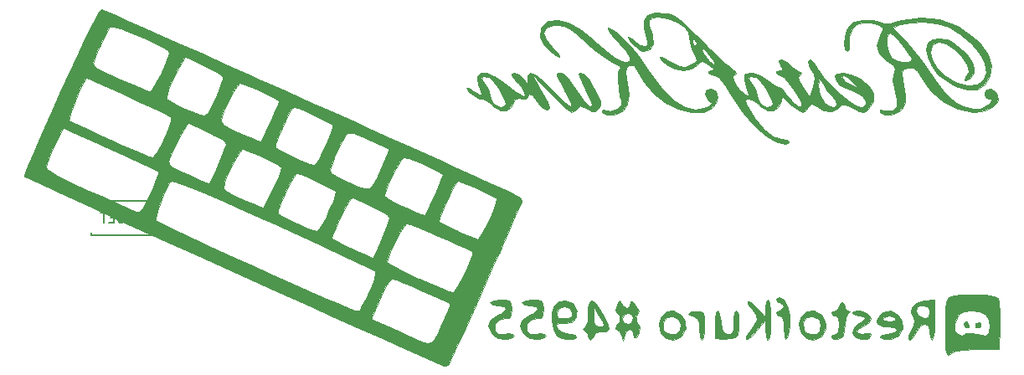
<source format=gbr>
G04 #@! TF.GenerationSoftware,KiCad,Pcbnew,(5.1.0)-1*
G04 #@! TF.CreationDate,2019-04-21T21:02:20+09:00*
G04 #@! TF.ProjectId,meishikbd,6d656973-6869-46b6-9264-2e6b69636164,rev?*
G04 #@! TF.SameCoordinates,Original*
G04 #@! TF.FileFunction,Legend,Bot*
G04 #@! TF.FilePolarity,Positive*
%FSLAX46Y46*%
G04 Gerber Fmt 4.6, Leading zero omitted, Abs format (unit mm)*
G04 Created by KiCad (PCBNEW (5.1.0)-1) date 2019-04-21 21:02:20*
%MOMM*%
%LPD*%
G04 APERTURE LIST*
%ADD10C,0.010000*%
%ADD11C,0.150000*%
G04 APERTURE END LIST*
D10*
G36*
X135125548Y-104324529D02*
G01*
X135117895Y-104384221D01*
X135312244Y-104746328D01*
X135385263Y-104801053D01*
X135614157Y-104740440D01*
X135652631Y-104549464D01*
X135513039Y-104183646D01*
X135385263Y-104132632D01*
X135125548Y-104324529D01*
X135125548Y-104324529D01*
G37*
X135125548Y-104324529D02*
X135117895Y-104384221D01*
X135312244Y-104746328D01*
X135385263Y-104801053D01*
X135614157Y-104740440D01*
X135652631Y-104549464D01*
X135513039Y-104183646D01*
X135385263Y-104132632D01*
X135125548Y-104324529D01*
G36*
X136395377Y-104307109D02*
G01*
X136335166Y-104377164D01*
X136361846Y-104726729D01*
X136431901Y-104786939D01*
X136781465Y-104760259D01*
X136841676Y-104690204D01*
X136814996Y-104340640D01*
X136744941Y-104280429D01*
X136395377Y-104307109D01*
X136395377Y-104307109D01*
G37*
X136395377Y-104307109D02*
X136335166Y-104377164D01*
X136361846Y-104726729D01*
X136431901Y-104786939D01*
X136781465Y-104760259D01*
X136841676Y-104690204D01*
X136814996Y-104340640D01*
X136744941Y-104280429D01*
X136395377Y-104307109D01*
G36*
X89430424Y-79105882D02*
G01*
X89397895Y-79247963D01*
X89588607Y-79570985D01*
X90049160Y-80008130D01*
X90066316Y-80021706D01*
X90476029Y-80468167D01*
X90726017Y-80958091D01*
X90749802Y-81320304D01*
X90604038Y-81406316D01*
X90343395Y-81256049D01*
X89775162Y-80859163D01*
X89014467Y-80296536D01*
X88891291Y-80203158D01*
X87787753Y-79462096D01*
X86897289Y-79061806D01*
X86268795Y-79013004D01*
X85951167Y-79326408D01*
X85922105Y-79552314D01*
X86049683Y-80248166D01*
X86211136Y-80644687D01*
X86408636Y-81158710D01*
X86252711Y-81280321D01*
X85758409Y-81004622D01*
X85561870Y-80855918D01*
X85093725Y-80555678D01*
X84858994Y-80538326D01*
X84852631Y-80569644D01*
X85067813Y-80933014D01*
X85570793Y-81332351D01*
X86147722Y-81618437D01*
X86434861Y-81673684D01*
X86875769Y-81847258D01*
X87451982Y-82274338D01*
X87553435Y-82368087D01*
X88285562Y-82840987D01*
X88941872Y-82859967D01*
X89418445Y-82439109D01*
X89523792Y-82165069D01*
X88863158Y-82165069D01*
X88658980Y-82421637D01*
X88196152Y-82450950D01*
X87699233Y-82254782D01*
X87579789Y-82154947D01*
X87319103Y-81641077D01*
X87258947Y-81229573D01*
X87069768Y-80599609D01*
X86704084Y-80108107D01*
X86385726Y-79639612D01*
X86519526Y-79367359D01*
X87037105Y-79405827D01*
X87108222Y-79431510D01*
X87484773Y-79753427D01*
X87965674Y-80377897D01*
X88432945Y-81121148D01*
X88768604Y-81799407D01*
X88863158Y-82165069D01*
X89523792Y-82165069D01*
X89549736Y-82097583D01*
X89790745Y-81649549D01*
X90290747Y-81600786D01*
X90352462Y-81611835D01*
X90852227Y-81605283D01*
X91002105Y-81437485D01*
X91127138Y-81146348D01*
X91442150Y-81264320D01*
X91857009Y-81745009D01*
X91980425Y-81941053D01*
X92434788Y-82484711D01*
X92910723Y-82740341D01*
X92954342Y-82743158D01*
X93179436Y-82692166D01*
X93213420Y-82477791D01*
X93031756Y-82007937D01*
X92609905Y-81190506D01*
X92473484Y-80938421D01*
X91492524Y-79133684D01*
X93341368Y-81072105D01*
X94148848Y-81891097D01*
X94837656Y-82538894D01*
X95315756Y-82931675D01*
X95469737Y-83010526D01*
X95859196Y-82825758D01*
X96078027Y-82614387D01*
X96382072Y-82360273D01*
X96739562Y-82460600D01*
X96972362Y-82614387D01*
X97528519Y-82947590D01*
X97889600Y-82928917D01*
X98243116Y-82582889D01*
X98405861Y-82271850D01*
X98365909Y-81858763D01*
X98093050Y-81205427D01*
X97828285Y-80685068D01*
X97209920Y-79654854D01*
X96684105Y-79089033D01*
X96273576Y-79009925D01*
X96186721Y-79073630D01*
X96235927Y-79358828D01*
X96500977Y-79968056D01*
X96899064Y-80723041D01*
X97386743Y-81690739D01*
X97564594Y-82272092D01*
X97477897Y-82480557D01*
X97171934Y-82329590D01*
X96691985Y-81832648D01*
X96083330Y-81003188D01*
X95680832Y-80361001D01*
X95133878Y-79571223D01*
X94642056Y-79095348D01*
X94411053Y-79005306D01*
X94096502Y-79032033D01*
X93987643Y-79184206D01*
X94103614Y-79555834D01*
X94463551Y-80240923D01*
X94773961Y-80788054D01*
X95178942Y-81569909D01*
X95409151Y-82165204D01*
X95421193Y-82423720D01*
X95174517Y-82320993D01*
X94665460Y-81892970D01*
X93982319Y-81218053D01*
X93587757Y-80795726D01*
X92557918Y-79751086D01*
X91784013Y-79157525D01*
X91271266Y-79017471D01*
X91024903Y-79333353D01*
X91002105Y-79594228D01*
X91002105Y-80188456D01*
X90585892Y-79594228D01*
X90158043Y-79176867D01*
X89716171Y-78997554D01*
X89430424Y-79105882D01*
X89430424Y-79105882D01*
G37*
X89430424Y-79105882D02*
X89397895Y-79247963D01*
X89588607Y-79570985D01*
X90049160Y-80008130D01*
X90066316Y-80021706D01*
X90476029Y-80468167D01*
X90726017Y-80958091D01*
X90749802Y-81320304D01*
X90604038Y-81406316D01*
X90343395Y-81256049D01*
X89775162Y-80859163D01*
X89014467Y-80296536D01*
X88891291Y-80203158D01*
X87787753Y-79462096D01*
X86897289Y-79061806D01*
X86268795Y-79013004D01*
X85951167Y-79326408D01*
X85922105Y-79552314D01*
X86049683Y-80248166D01*
X86211136Y-80644687D01*
X86408636Y-81158710D01*
X86252711Y-81280321D01*
X85758409Y-81004622D01*
X85561870Y-80855918D01*
X85093725Y-80555678D01*
X84858994Y-80538326D01*
X84852631Y-80569644D01*
X85067813Y-80933014D01*
X85570793Y-81332351D01*
X86147722Y-81618437D01*
X86434861Y-81673684D01*
X86875769Y-81847258D01*
X87451982Y-82274338D01*
X87553435Y-82368087D01*
X88285562Y-82840987D01*
X88941872Y-82859967D01*
X89418445Y-82439109D01*
X89523792Y-82165069D01*
X88863158Y-82165069D01*
X88658980Y-82421637D01*
X88196152Y-82450950D01*
X87699233Y-82254782D01*
X87579789Y-82154947D01*
X87319103Y-81641077D01*
X87258947Y-81229573D01*
X87069768Y-80599609D01*
X86704084Y-80108107D01*
X86385726Y-79639612D01*
X86519526Y-79367359D01*
X87037105Y-79405827D01*
X87108222Y-79431510D01*
X87484773Y-79753427D01*
X87965674Y-80377897D01*
X88432945Y-81121148D01*
X88768604Y-81799407D01*
X88863158Y-82165069D01*
X89523792Y-82165069D01*
X89549736Y-82097583D01*
X89790745Y-81649549D01*
X90290747Y-81600786D01*
X90352462Y-81611835D01*
X90852227Y-81605283D01*
X91002105Y-81437485D01*
X91127138Y-81146348D01*
X91442150Y-81264320D01*
X91857009Y-81745009D01*
X91980425Y-81941053D01*
X92434788Y-82484711D01*
X92910723Y-82740341D01*
X92954342Y-82743158D01*
X93179436Y-82692166D01*
X93213420Y-82477791D01*
X93031756Y-82007937D01*
X92609905Y-81190506D01*
X92473484Y-80938421D01*
X91492524Y-79133684D01*
X93341368Y-81072105D01*
X94148848Y-81891097D01*
X94837656Y-82538894D01*
X95315756Y-82931675D01*
X95469737Y-83010526D01*
X95859196Y-82825758D01*
X96078027Y-82614387D01*
X96382072Y-82360273D01*
X96739562Y-82460600D01*
X96972362Y-82614387D01*
X97528519Y-82947590D01*
X97889600Y-82928917D01*
X98243116Y-82582889D01*
X98405861Y-82271850D01*
X98365909Y-81858763D01*
X98093050Y-81205427D01*
X97828285Y-80685068D01*
X97209920Y-79654854D01*
X96684105Y-79089033D01*
X96273576Y-79009925D01*
X96186721Y-79073630D01*
X96235927Y-79358828D01*
X96500977Y-79968056D01*
X96899064Y-80723041D01*
X97386743Y-81690739D01*
X97564594Y-82272092D01*
X97477897Y-82480557D01*
X97171934Y-82329590D01*
X96691985Y-81832648D01*
X96083330Y-81003188D01*
X95680832Y-80361001D01*
X95133878Y-79571223D01*
X94642056Y-79095348D01*
X94411053Y-79005306D01*
X94096502Y-79032033D01*
X93987643Y-79184206D01*
X94103614Y-79555834D01*
X94463551Y-80240923D01*
X94773961Y-80788054D01*
X95178942Y-81569909D01*
X95409151Y-82165204D01*
X95421193Y-82423720D01*
X95174517Y-82320993D01*
X94665460Y-81892970D01*
X93982319Y-81218053D01*
X93587757Y-80795726D01*
X92557918Y-79751086D01*
X91784013Y-79157525D01*
X91271266Y-79017471D01*
X91024903Y-79333353D01*
X91002105Y-79594228D01*
X91002105Y-80188456D01*
X90585892Y-79594228D01*
X90158043Y-79176867D01*
X89716171Y-78997554D01*
X89430424Y-79105882D01*
G36*
X93180528Y-73788985D02*
G01*
X92553595Y-74279748D01*
X92420986Y-74515168D01*
X92294439Y-75380495D01*
X92689516Y-76235216D01*
X93288517Y-76824124D01*
X93953034Y-77287072D01*
X94246066Y-77373384D01*
X94141197Y-77114929D01*
X93612010Y-76543570D01*
X93561142Y-76495272D01*
X92861994Y-75664107D01*
X92646952Y-74980187D01*
X92905642Y-74485087D01*
X93627689Y-74220383D01*
X94137060Y-74187369D01*
X94668356Y-74261127D01*
X95229649Y-74529171D01*
X95934760Y-75061651D01*
X96771357Y-75810958D01*
X97706960Y-76621222D01*
X98648496Y-77337368D01*
X99428441Y-77834466D01*
X99597379Y-77918429D01*
X100254111Y-78277655D01*
X100414715Y-78539454D01*
X100352437Y-78603621D01*
X100195780Y-78967524D01*
X100153651Y-79670635D01*
X100218007Y-80531664D01*
X100380806Y-81369320D01*
X100490074Y-81706052D01*
X100469614Y-82258081D01*
X100068758Y-82689631D01*
X99441828Y-82875242D01*
X99097625Y-82838089D01*
X98621630Y-82777742D01*
X98590969Y-82959861D01*
X98598006Y-82971533D01*
X99036881Y-83236642D01*
X99710254Y-83245389D01*
X100396690Y-83020820D01*
X100757805Y-82746747D01*
X101115921Y-82126125D01*
X101232213Y-81259621D01*
X101116151Y-80041858D01*
X101040021Y-79606028D01*
X100938630Y-78870299D01*
X101019023Y-78485125D01*
X101313137Y-78287925D01*
X101746790Y-78244414D01*
X101883412Y-78356552D01*
X102066883Y-78704243D01*
X102454305Y-79341717D01*
X102838547Y-79941281D01*
X103814494Y-81109979D01*
X105002315Y-82036958D01*
X106296767Y-82681534D01*
X107592608Y-83003023D01*
X108784597Y-82960739D01*
X109673668Y-82583621D01*
X110089794Y-82069208D01*
X110212245Y-81445118D01*
X110043379Y-80905484D01*
X109650244Y-80653579D01*
X109183053Y-80749775D01*
X108999053Y-81131792D01*
X109150252Y-81603272D01*
X109347478Y-81796708D01*
X109660276Y-82071886D01*
X109566445Y-82267999D01*
X109134105Y-82485878D01*
X108066097Y-82732338D01*
X106966542Y-82500175D01*
X105818289Y-81778178D01*
X104604187Y-80555137D01*
X103307086Y-78819841D01*
X103138775Y-78567139D01*
X102258783Y-77333948D01*
X101342671Y-76226234D01*
X100468657Y-75324065D01*
X99714960Y-74707511D01*
X99159799Y-74456643D01*
X99121448Y-74454737D01*
X99124366Y-74623204D01*
X99447653Y-75067517D01*
X100023218Y-75696039D01*
X100105363Y-75778847D01*
X100940955Y-76704371D01*
X101359479Y-77384661D01*
X101353085Y-77799814D01*
X100954228Y-77930526D01*
X100473256Y-77827445D01*
X99853674Y-77486261D01*
X99026283Y-76859063D01*
X97921885Y-75897940D01*
X97614081Y-75617898D01*
X96346214Y-74619351D01*
X95141535Y-73972524D01*
X94064740Y-73691156D01*
X93180528Y-73788985D01*
X93180528Y-73788985D01*
G37*
X93180528Y-73788985D02*
X92553595Y-74279748D01*
X92420986Y-74515168D01*
X92294439Y-75380495D01*
X92689516Y-76235216D01*
X93288517Y-76824124D01*
X93953034Y-77287072D01*
X94246066Y-77373384D01*
X94141197Y-77114929D01*
X93612010Y-76543570D01*
X93561142Y-76495272D01*
X92861994Y-75664107D01*
X92646952Y-74980187D01*
X92905642Y-74485087D01*
X93627689Y-74220383D01*
X94137060Y-74187369D01*
X94668356Y-74261127D01*
X95229649Y-74529171D01*
X95934760Y-75061651D01*
X96771357Y-75810958D01*
X97706960Y-76621222D01*
X98648496Y-77337368D01*
X99428441Y-77834466D01*
X99597379Y-77918429D01*
X100254111Y-78277655D01*
X100414715Y-78539454D01*
X100352437Y-78603621D01*
X100195780Y-78967524D01*
X100153651Y-79670635D01*
X100218007Y-80531664D01*
X100380806Y-81369320D01*
X100490074Y-81706052D01*
X100469614Y-82258081D01*
X100068758Y-82689631D01*
X99441828Y-82875242D01*
X99097625Y-82838089D01*
X98621630Y-82777742D01*
X98590969Y-82959861D01*
X98598006Y-82971533D01*
X99036881Y-83236642D01*
X99710254Y-83245389D01*
X100396690Y-83020820D01*
X100757805Y-82746747D01*
X101115921Y-82126125D01*
X101232213Y-81259621D01*
X101116151Y-80041858D01*
X101040021Y-79606028D01*
X100938630Y-78870299D01*
X101019023Y-78485125D01*
X101313137Y-78287925D01*
X101746790Y-78244414D01*
X101883412Y-78356552D01*
X102066883Y-78704243D01*
X102454305Y-79341717D01*
X102838547Y-79941281D01*
X103814494Y-81109979D01*
X105002315Y-82036958D01*
X106296767Y-82681534D01*
X107592608Y-83003023D01*
X108784597Y-82960739D01*
X109673668Y-82583621D01*
X110089794Y-82069208D01*
X110212245Y-81445118D01*
X110043379Y-80905484D01*
X109650244Y-80653579D01*
X109183053Y-80749775D01*
X108999053Y-81131792D01*
X109150252Y-81603272D01*
X109347478Y-81796708D01*
X109660276Y-82071886D01*
X109566445Y-82267999D01*
X109134105Y-82485878D01*
X108066097Y-82732338D01*
X106966542Y-82500175D01*
X105818289Y-81778178D01*
X104604187Y-80555137D01*
X103307086Y-78819841D01*
X103138775Y-78567139D01*
X102258783Y-77333948D01*
X101342671Y-76226234D01*
X100468657Y-75324065D01*
X99714960Y-74707511D01*
X99159799Y-74456643D01*
X99121448Y-74454737D01*
X99124366Y-74623204D01*
X99447653Y-75067517D01*
X100023218Y-75696039D01*
X100105363Y-75778847D01*
X100940955Y-76704371D01*
X101359479Y-77384661D01*
X101353085Y-77799814D01*
X100954228Y-77930526D01*
X100473256Y-77827445D01*
X99853674Y-77486261D01*
X99026283Y-76859063D01*
X97921885Y-75897940D01*
X97614081Y-75617898D01*
X96346214Y-74619351D01*
X95141535Y-73972524D01*
X94064740Y-73691156D01*
X93180528Y-73788985D01*
G36*
X128874483Y-73702725D02*
G01*
X128578079Y-73796454D01*
X127649513Y-74038033D01*
X127022130Y-74003820D01*
X126848417Y-73930139D01*
X125988497Y-73677635D01*
X124990524Y-73671239D01*
X124087301Y-73892397D01*
X123621053Y-74187369D01*
X123319975Y-74692229D01*
X123130682Y-75386762D01*
X123068752Y-76096223D01*
X123149766Y-76645866D01*
X123382669Y-76861053D01*
X123560072Y-76640814D01*
X123509882Y-76187145D01*
X123521990Y-75362530D01*
X123858390Y-74552219D01*
X124262658Y-74124621D01*
X124869526Y-73949601D01*
X125695335Y-73958092D01*
X126460202Y-74140939D01*
X126586945Y-74200663D01*
X126921898Y-74423878D01*
X126948935Y-74696124D01*
X126679472Y-75212382D01*
X126649188Y-75263734D01*
X126358128Y-76200263D01*
X126568012Y-77073049D01*
X127246266Y-77782257D01*
X127522887Y-77941558D01*
X128062223Y-78271503D01*
X128192721Y-78598388D01*
X128079866Y-78946151D01*
X127962497Y-79770206D01*
X128124582Y-80570351D01*
X128390245Y-81743766D01*
X128345618Y-82499419D01*
X127978548Y-82863462D01*
X127276884Y-82862042D01*
X127080821Y-82816438D01*
X126661577Y-82774682D01*
X126669760Y-82968410D01*
X127109650Y-83235243D01*
X127783755Y-83245740D01*
X128469960Y-83022318D01*
X128828027Y-82750572D01*
X129057957Y-82415294D01*
X129175700Y-81971630D01*
X129183860Y-81311800D01*
X129085041Y-80328022D01*
X128915423Y-79133684D01*
X128988984Y-78714165D01*
X129457786Y-78528592D01*
X129556186Y-78515679D01*
X130068354Y-78545011D01*
X130451337Y-78858294D01*
X130801700Y-79451469D01*
X131758370Y-80810811D01*
X133039259Y-81912320D01*
X134513162Y-82671227D01*
X136048876Y-83002763D01*
X136310401Y-83010526D01*
X137263203Y-82870437D01*
X138047650Y-82505524D01*
X138519562Y-81998824D01*
X138593684Y-81695552D01*
X138414998Y-81013822D01*
X137962247Y-80634909D01*
X137762973Y-80604211D01*
X137367730Y-80789763D01*
X137245733Y-81188041D01*
X137405408Y-81561470D01*
X137724737Y-81682579D01*
X137986223Y-81740467D01*
X137856158Y-81957947D01*
X137561432Y-82217316D01*
X136842556Y-82643855D01*
X136057488Y-82695756D01*
X135041019Y-82383022D01*
X135013488Y-82371569D01*
X134368515Y-82041900D01*
X133766618Y-81575591D01*
X133126413Y-80887221D01*
X132366515Y-79891374D01*
X131597793Y-78786596D01*
X130819632Y-77702614D01*
X130736644Y-77596316D01*
X129875157Y-77596316D01*
X129833390Y-77841209D01*
X129444920Y-77941303D01*
X128874645Y-77907385D01*
X128287464Y-77750242D01*
X127848276Y-77480661D01*
X127831553Y-77462632D01*
X127491189Y-76872472D01*
X127320020Y-76162787D01*
X127325789Y-75505157D01*
X127516240Y-75071160D01*
X127719939Y-74989474D01*
X128053420Y-75197741D01*
X128566626Y-75742793D01*
X129160654Y-76505003D01*
X129736604Y-77364745D01*
X129875157Y-77596316D01*
X130736644Y-77596316D01*
X129973389Y-76618676D01*
X129222358Y-75742499D01*
X129114213Y-75627394D01*
X127956839Y-74419491D01*
X128663156Y-74138304D01*
X129738559Y-73901507D01*
X131072843Y-73876028D01*
X132439039Y-74049826D01*
X133584609Y-74399430D01*
X134772904Y-75096415D01*
X135881947Y-76047079D01*
X136765074Y-77105617D01*
X137249983Y-78043426D01*
X137389028Y-79048233D01*
X137109383Y-79789134D01*
X136478082Y-80225867D01*
X135562159Y-80318170D01*
X134428649Y-80025778D01*
X134152563Y-79903851D01*
X133194434Y-79291755D01*
X132428903Y-78508944D01*
X131918226Y-77664100D01*
X131724662Y-76865904D01*
X131910467Y-76223037D01*
X131990918Y-76130285D01*
X132569677Y-75898110D01*
X133337532Y-76088547D01*
X134207850Y-76666042D01*
X134851757Y-77304356D01*
X135482099Y-78207162D01*
X135623816Y-78938177D01*
X135331789Y-79481263D01*
X135183390Y-79749299D01*
X135278316Y-79802105D01*
X135776539Y-79566340D01*
X136115336Y-78984086D01*
X136187368Y-78514019D01*
X135979579Y-77902783D01*
X135448049Y-77164641D01*
X134730536Y-76442803D01*
X133964798Y-75880479D01*
X133428796Y-75646251D01*
X132620238Y-75568884D01*
X132043158Y-75634004D01*
X131525305Y-75986751D01*
X131344075Y-76625162D01*
X131472333Y-77442953D01*
X131882947Y-78333838D01*
X132548782Y-79191532D01*
X133069308Y-79653504D01*
X134312084Y-80405815D01*
X135479102Y-80748505D01*
X136498310Y-80685659D01*
X137297653Y-80221362D01*
X137796724Y-79385463D01*
X137942757Y-78257490D01*
X137607921Y-77148181D01*
X136773792Y-76012254D01*
X136194883Y-75448058D01*
X134545369Y-74298031D01*
X132715357Y-73610766D01*
X130795008Y-73405814D01*
X128874483Y-73702725D01*
X128874483Y-73702725D01*
G37*
X128874483Y-73702725D02*
X128578079Y-73796454D01*
X127649513Y-74038033D01*
X127022130Y-74003820D01*
X126848417Y-73930139D01*
X125988497Y-73677635D01*
X124990524Y-73671239D01*
X124087301Y-73892397D01*
X123621053Y-74187369D01*
X123319975Y-74692229D01*
X123130682Y-75386762D01*
X123068752Y-76096223D01*
X123149766Y-76645866D01*
X123382669Y-76861053D01*
X123560072Y-76640814D01*
X123509882Y-76187145D01*
X123521990Y-75362530D01*
X123858390Y-74552219D01*
X124262658Y-74124621D01*
X124869526Y-73949601D01*
X125695335Y-73958092D01*
X126460202Y-74140939D01*
X126586945Y-74200663D01*
X126921898Y-74423878D01*
X126948935Y-74696124D01*
X126679472Y-75212382D01*
X126649188Y-75263734D01*
X126358128Y-76200263D01*
X126568012Y-77073049D01*
X127246266Y-77782257D01*
X127522887Y-77941558D01*
X128062223Y-78271503D01*
X128192721Y-78598388D01*
X128079866Y-78946151D01*
X127962497Y-79770206D01*
X128124582Y-80570351D01*
X128390245Y-81743766D01*
X128345618Y-82499419D01*
X127978548Y-82863462D01*
X127276884Y-82862042D01*
X127080821Y-82816438D01*
X126661577Y-82774682D01*
X126669760Y-82968410D01*
X127109650Y-83235243D01*
X127783755Y-83245740D01*
X128469960Y-83022318D01*
X128828027Y-82750572D01*
X129057957Y-82415294D01*
X129175700Y-81971630D01*
X129183860Y-81311800D01*
X129085041Y-80328022D01*
X128915423Y-79133684D01*
X128988984Y-78714165D01*
X129457786Y-78528592D01*
X129556186Y-78515679D01*
X130068354Y-78545011D01*
X130451337Y-78858294D01*
X130801700Y-79451469D01*
X131758370Y-80810811D01*
X133039259Y-81912320D01*
X134513162Y-82671227D01*
X136048876Y-83002763D01*
X136310401Y-83010526D01*
X137263203Y-82870437D01*
X138047650Y-82505524D01*
X138519562Y-81998824D01*
X138593684Y-81695552D01*
X138414998Y-81013822D01*
X137962247Y-80634909D01*
X137762973Y-80604211D01*
X137367730Y-80789763D01*
X137245733Y-81188041D01*
X137405408Y-81561470D01*
X137724737Y-81682579D01*
X137986223Y-81740467D01*
X137856158Y-81957947D01*
X137561432Y-82217316D01*
X136842556Y-82643855D01*
X136057488Y-82695756D01*
X135041019Y-82383022D01*
X135013488Y-82371569D01*
X134368515Y-82041900D01*
X133766618Y-81575591D01*
X133126413Y-80887221D01*
X132366515Y-79891374D01*
X131597793Y-78786596D01*
X130819632Y-77702614D01*
X130736644Y-77596316D01*
X129875157Y-77596316D01*
X129833390Y-77841209D01*
X129444920Y-77941303D01*
X128874645Y-77907385D01*
X128287464Y-77750242D01*
X127848276Y-77480661D01*
X127831553Y-77462632D01*
X127491189Y-76872472D01*
X127320020Y-76162787D01*
X127325789Y-75505157D01*
X127516240Y-75071160D01*
X127719939Y-74989474D01*
X128053420Y-75197741D01*
X128566626Y-75742793D01*
X129160654Y-76505003D01*
X129736604Y-77364745D01*
X129875157Y-77596316D01*
X130736644Y-77596316D01*
X129973389Y-76618676D01*
X129222358Y-75742499D01*
X129114213Y-75627394D01*
X127956839Y-74419491D01*
X128663156Y-74138304D01*
X129738559Y-73901507D01*
X131072843Y-73876028D01*
X132439039Y-74049826D01*
X133584609Y-74399430D01*
X134772904Y-75096415D01*
X135881947Y-76047079D01*
X136765074Y-77105617D01*
X137249983Y-78043426D01*
X137389028Y-79048233D01*
X137109383Y-79789134D01*
X136478082Y-80225867D01*
X135562159Y-80318170D01*
X134428649Y-80025778D01*
X134152563Y-79903851D01*
X133194434Y-79291755D01*
X132428903Y-78508944D01*
X131918226Y-77664100D01*
X131724662Y-76865904D01*
X131910467Y-76223037D01*
X131990918Y-76130285D01*
X132569677Y-75898110D01*
X133337532Y-76088547D01*
X134207850Y-76666042D01*
X134851757Y-77304356D01*
X135482099Y-78207162D01*
X135623816Y-78938177D01*
X135331789Y-79481263D01*
X135183390Y-79749299D01*
X135278316Y-79802105D01*
X135776539Y-79566340D01*
X136115336Y-78984086D01*
X136187368Y-78514019D01*
X135979579Y-77902783D01*
X135448049Y-77164641D01*
X134730536Y-76442803D01*
X133964798Y-75880479D01*
X133428796Y-75646251D01*
X132620238Y-75568884D01*
X132043158Y-75634004D01*
X131525305Y-75986751D01*
X131344075Y-76625162D01*
X131472333Y-77442953D01*
X131882947Y-78333838D01*
X132548782Y-79191532D01*
X133069308Y-79653504D01*
X134312084Y-80405815D01*
X135479102Y-80748505D01*
X136498310Y-80685659D01*
X137297653Y-80221362D01*
X137796724Y-79385463D01*
X137942757Y-78257490D01*
X137607921Y-77148181D01*
X136773792Y-76012254D01*
X136194883Y-75448058D01*
X134545369Y-74298031D01*
X132715357Y-73610766D01*
X130795008Y-73405814D01*
X128874483Y-73702725D01*
G36*
X103150910Y-73201698D02*
G01*
X102832421Y-73809261D01*
X102830863Y-74411145D01*
X102964623Y-75200475D01*
X103135433Y-75816708D01*
X103152703Y-75858421D01*
X103162039Y-76224682D01*
X102852323Y-76336575D01*
X102370666Y-76201710D01*
X101864181Y-75827699D01*
X101829043Y-75789940D01*
X101431418Y-75441882D01*
X101207252Y-75389941D01*
X101253516Y-75664383D01*
X101597104Y-76087047D01*
X102086206Y-76515948D01*
X102569009Y-76809103D01*
X102780184Y-76861053D01*
X103424925Y-76652624D01*
X103732028Y-76090675D01*
X103655006Y-75270211D01*
X103615767Y-75153415D01*
X103336015Y-74233860D01*
X103342986Y-73693665D01*
X103669673Y-73441483D01*
X104254419Y-73385263D01*
X105170800Y-73519601D01*
X106067329Y-73868870D01*
X106820539Y-74352459D01*
X107306961Y-74889755D01*
X107403125Y-75400143D01*
X107391729Y-75433623D01*
X107414231Y-75902951D01*
X107655997Y-76582590D01*
X107745252Y-76760905D01*
X108052287Y-77374806D01*
X108099732Y-77712045D01*
X107885133Y-77964814D01*
X107728372Y-78083113D01*
X107070980Y-78411201D01*
X106386405Y-78365276D01*
X105530280Y-77928494D01*
X105343626Y-77804900D01*
X104675442Y-77424049D01*
X104391312Y-77398927D01*
X104527537Y-77679050D01*
X105075004Y-78178489D01*
X105895821Y-78597455D01*
X106816067Y-78738474D01*
X107647754Y-78599512D01*
X108180558Y-78212143D01*
X108449252Y-77881048D01*
X108716550Y-77848008D01*
X109183366Y-78112718D01*
X109332035Y-78210381D01*
X109794617Y-78557134D01*
X109807804Y-78711028D01*
X109635273Y-78730870D01*
X109309637Y-78847077D01*
X109316842Y-79000000D01*
X109696520Y-79230030D01*
X109964956Y-79267369D01*
X110386711Y-79518856D01*
X110984915Y-80271367D01*
X111667353Y-81366236D01*
X112683977Y-82899354D01*
X113804048Y-84219550D01*
X114951030Y-85258310D01*
X116048390Y-85947115D01*
X117019593Y-86217450D01*
X117087932Y-86218947D01*
X117432421Y-86068908D01*
X117471579Y-85951579D01*
X117239450Y-85763044D01*
X116681030Y-85684212D01*
X116678386Y-85684211D01*
X115862539Y-85440843D01*
X114972739Y-84760446D01*
X114090657Y-83717580D01*
X113510787Y-82792460D01*
X113158697Y-82120270D01*
X113067143Y-81788767D01*
X113220578Y-81680680D01*
X113362473Y-81673684D01*
X113857497Y-81849243D01*
X114462529Y-82280549D01*
X114557645Y-82368087D01*
X115294733Y-82844497D01*
X115950475Y-82855050D01*
X116428459Y-82414780D01*
X116522979Y-82165069D01*
X115867368Y-82165069D01*
X115663190Y-82421637D01*
X115200362Y-82450950D01*
X114703444Y-82254782D01*
X114584000Y-82154947D01*
X114323313Y-81641077D01*
X114263158Y-81229573D01*
X114073978Y-80599609D01*
X113708294Y-80108107D01*
X113389936Y-79639612D01*
X113523737Y-79367359D01*
X114041316Y-79405827D01*
X114112433Y-79431510D01*
X114488983Y-79753427D01*
X114969884Y-80377897D01*
X115437155Y-81121148D01*
X115772815Y-81799407D01*
X115867368Y-82165069D01*
X116522979Y-82165069D01*
X116564615Y-82055075D01*
X116728368Y-81402631D01*
X117644014Y-82206579D01*
X118350541Y-82775084D01*
X118815220Y-82969769D01*
X119158739Y-82809888D01*
X119398517Y-82486501D01*
X119701725Y-82133723D01*
X120015493Y-82229602D01*
X120136046Y-82331986D01*
X120940089Y-82806455D01*
X121766796Y-82894555D01*
X122443009Y-82579237D01*
X122461567Y-82560943D01*
X122800649Y-82263210D01*
X123022963Y-82230259D01*
X122258164Y-82230259D01*
X121998042Y-82467321D01*
X121902256Y-82475790D01*
X121415620Y-82299693D01*
X121100552Y-82056041D01*
X120613817Y-81255800D01*
X120434047Y-80289212D01*
X120477226Y-79890095D01*
X120591554Y-79642977D01*
X120774544Y-79826946D01*
X120964681Y-80203158D01*
X121374119Y-80879841D01*
X121812199Y-81354635D01*
X122191428Y-81799749D01*
X122258164Y-82230259D01*
X123022963Y-82230259D01*
X123116792Y-82216352D01*
X123610274Y-82425553D01*
X123933342Y-82599050D01*
X124568317Y-82922516D01*
X124946319Y-82988232D01*
X125276601Y-82800317D01*
X125470710Y-82629312D01*
X125966717Y-81892589D01*
X125963425Y-81085956D01*
X125716771Y-80672246D01*
X124556842Y-80672246D01*
X123687895Y-80230310D01*
X123116556Y-79875098D01*
X122827594Y-79568944D01*
X122818947Y-79527871D01*
X122961272Y-79278228D01*
X123360341Y-79455209D01*
X123908657Y-79969807D01*
X124556842Y-80672246D01*
X125716771Y-80672246D01*
X125479159Y-80273703D01*
X124595508Y-79558634D01*
X123732610Y-79160650D01*
X122918721Y-79009634D01*
X122313701Y-79123451D01*
X122140114Y-79284216D01*
X122157836Y-79697224D01*
X122542436Y-80170113D01*
X123160493Y-80573968D01*
X123651527Y-80744588D01*
X124354020Y-81016752D01*
X124892892Y-81428702D01*
X125204326Y-81876395D01*
X125224504Y-82255786D01*
X124889612Y-82462834D01*
X124713385Y-82475790D01*
X124206195Y-82289526D01*
X123465793Y-81798036D01*
X122606766Y-81102265D01*
X121743704Y-80303163D01*
X120991194Y-79501677D01*
X120463825Y-78798754D01*
X120388577Y-78665790D01*
X120009645Y-78045838D01*
X119684939Y-77693625D01*
X119605092Y-77663158D01*
X119361903Y-77842216D01*
X119440554Y-78276779D01*
X119761655Y-78751908D01*
X120009114Y-79142874D01*
X120031312Y-79645651D01*
X119875989Y-80343918D01*
X119571826Y-81473494D01*
X118891531Y-80472350D01*
X118492098Y-79814185D01*
X118412921Y-79437192D01*
X118569178Y-79249986D01*
X118743105Y-79038401D01*
X118428569Y-78842342D01*
X118399875Y-78831464D01*
X117804096Y-78449471D01*
X117523260Y-78148660D01*
X117122057Y-77796900D01*
X116687980Y-77658632D01*
X116420222Y-77782111D01*
X116402105Y-77877053D01*
X116569466Y-78232075D01*
X116722947Y-78411790D01*
X116879685Y-78671089D01*
X116589263Y-78732632D01*
X116200395Y-78862005D01*
X116134737Y-79000000D01*
X116355651Y-79226076D01*
X116607008Y-79267369D01*
X116929815Y-79467789D01*
X117393408Y-79976994D01*
X117902804Y-80656896D01*
X118363017Y-81369407D01*
X118679062Y-81976441D01*
X118755955Y-82339912D01*
X118739062Y-82366903D01*
X118373693Y-82396661D01*
X117848038Y-82015150D01*
X117248362Y-81285607D01*
X117232483Y-81262453D01*
X116814714Y-80718682D01*
X116518417Y-80456104D01*
X116459816Y-80457377D01*
X116193888Y-80384978D01*
X115665619Y-80052203D01*
X115323594Y-79794948D01*
X114556273Y-79307410D01*
X113819050Y-79027571D01*
X113592757Y-79000000D01*
X113080620Y-79064949D01*
X112947906Y-79372102D01*
X112991840Y-79735263D01*
X113165930Y-80482134D01*
X113330096Y-80969525D01*
X113430422Y-81307469D01*
X113216036Y-81287056D01*
X112969624Y-81162125D01*
X112550393Y-80816937D01*
X112146448Y-80306336D01*
X111846008Y-79779608D01*
X111737287Y-79386041D01*
X111849976Y-79267369D01*
X112115141Y-79068095D01*
X112124210Y-79000000D01*
X111922540Y-78740383D01*
X111859292Y-78732632D01*
X111586818Y-78551590D01*
X111087846Y-78116155D01*
X109985263Y-78116155D01*
X109834663Y-78178765D01*
X109412334Y-77838058D01*
X109193573Y-77612743D01*
X108797775Y-77061454D01*
X108648421Y-76625009D01*
X108781115Y-76562471D01*
X109119678Y-76878598D01*
X109316842Y-77128421D01*
X109729095Y-77704711D01*
X109964272Y-78067406D01*
X109985263Y-78116155D01*
X111087846Y-78116155D01*
X111016188Y-78053622D01*
X110220699Y-77306460D01*
X109273652Y-76377840D01*
X108972306Y-76074727D01*
X108113684Y-76074727D01*
X108027763Y-76317657D01*
X107830601Y-76105729D01*
X107744299Y-75911377D01*
X107725614Y-75635379D01*
X107849378Y-75659788D01*
X108104182Y-76002107D01*
X108113684Y-76074727D01*
X108972306Y-76074727D01*
X108851397Y-75953110D01*
X107733884Y-74836396D01*
X106898078Y-74049863D01*
X106262631Y-73531093D01*
X105746194Y-73217667D01*
X105267419Y-73047169D01*
X104992121Y-72991938D01*
X103864661Y-72933295D01*
X103150910Y-73201698D01*
X103150910Y-73201698D01*
G37*
X103150910Y-73201698D02*
X102832421Y-73809261D01*
X102830863Y-74411145D01*
X102964623Y-75200475D01*
X103135433Y-75816708D01*
X103152703Y-75858421D01*
X103162039Y-76224682D01*
X102852323Y-76336575D01*
X102370666Y-76201710D01*
X101864181Y-75827699D01*
X101829043Y-75789940D01*
X101431418Y-75441882D01*
X101207252Y-75389941D01*
X101253516Y-75664383D01*
X101597104Y-76087047D01*
X102086206Y-76515948D01*
X102569009Y-76809103D01*
X102780184Y-76861053D01*
X103424925Y-76652624D01*
X103732028Y-76090675D01*
X103655006Y-75270211D01*
X103615767Y-75153415D01*
X103336015Y-74233860D01*
X103342986Y-73693665D01*
X103669673Y-73441483D01*
X104254419Y-73385263D01*
X105170800Y-73519601D01*
X106067329Y-73868870D01*
X106820539Y-74352459D01*
X107306961Y-74889755D01*
X107403125Y-75400143D01*
X107391729Y-75433623D01*
X107414231Y-75902951D01*
X107655997Y-76582590D01*
X107745252Y-76760905D01*
X108052287Y-77374806D01*
X108099732Y-77712045D01*
X107885133Y-77964814D01*
X107728372Y-78083113D01*
X107070980Y-78411201D01*
X106386405Y-78365276D01*
X105530280Y-77928494D01*
X105343626Y-77804900D01*
X104675442Y-77424049D01*
X104391312Y-77398927D01*
X104527537Y-77679050D01*
X105075004Y-78178489D01*
X105895821Y-78597455D01*
X106816067Y-78738474D01*
X107647754Y-78599512D01*
X108180558Y-78212143D01*
X108449252Y-77881048D01*
X108716550Y-77848008D01*
X109183366Y-78112718D01*
X109332035Y-78210381D01*
X109794617Y-78557134D01*
X109807804Y-78711028D01*
X109635273Y-78730870D01*
X109309637Y-78847077D01*
X109316842Y-79000000D01*
X109696520Y-79230030D01*
X109964956Y-79267369D01*
X110386711Y-79518856D01*
X110984915Y-80271367D01*
X111667353Y-81366236D01*
X112683977Y-82899354D01*
X113804048Y-84219550D01*
X114951030Y-85258310D01*
X116048390Y-85947115D01*
X117019593Y-86217450D01*
X117087932Y-86218947D01*
X117432421Y-86068908D01*
X117471579Y-85951579D01*
X117239450Y-85763044D01*
X116681030Y-85684212D01*
X116678386Y-85684211D01*
X115862539Y-85440843D01*
X114972739Y-84760446D01*
X114090657Y-83717580D01*
X113510787Y-82792460D01*
X113158697Y-82120270D01*
X113067143Y-81788767D01*
X113220578Y-81680680D01*
X113362473Y-81673684D01*
X113857497Y-81849243D01*
X114462529Y-82280549D01*
X114557645Y-82368087D01*
X115294733Y-82844497D01*
X115950475Y-82855050D01*
X116428459Y-82414780D01*
X116522979Y-82165069D01*
X115867368Y-82165069D01*
X115663190Y-82421637D01*
X115200362Y-82450950D01*
X114703444Y-82254782D01*
X114584000Y-82154947D01*
X114323313Y-81641077D01*
X114263158Y-81229573D01*
X114073978Y-80599609D01*
X113708294Y-80108107D01*
X113389936Y-79639612D01*
X113523737Y-79367359D01*
X114041316Y-79405827D01*
X114112433Y-79431510D01*
X114488983Y-79753427D01*
X114969884Y-80377897D01*
X115437155Y-81121148D01*
X115772815Y-81799407D01*
X115867368Y-82165069D01*
X116522979Y-82165069D01*
X116564615Y-82055075D01*
X116728368Y-81402631D01*
X117644014Y-82206579D01*
X118350541Y-82775084D01*
X118815220Y-82969769D01*
X119158739Y-82809888D01*
X119398517Y-82486501D01*
X119701725Y-82133723D01*
X120015493Y-82229602D01*
X120136046Y-82331986D01*
X120940089Y-82806455D01*
X121766796Y-82894555D01*
X122443009Y-82579237D01*
X122461567Y-82560943D01*
X122800649Y-82263210D01*
X123022963Y-82230259D01*
X122258164Y-82230259D01*
X121998042Y-82467321D01*
X121902256Y-82475790D01*
X121415620Y-82299693D01*
X121100552Y-82056041D01*
X120613817Y-81255800D01*
X120434047Y-80289212D01*
X120477226Y-79890095D01*
X120591554Y-79642977D01*
X120774544Y-79826946D01*
X120964681Y-80203158D01*
X121374119Y-80879841D01*
X121812199Y-81354635D01*
X122191428Y-81799749D01*
X122258164Y-82230259D01*
X123022963Y-82230259D01*
X123116792Y-82216352D01*
X123610274Y-82425553D01*
X123933342Y-82599050D01*
X124568317Y-82922516D01*
X124946319Y-82988232D01*
X125276601Y-82800317D01*
X125470710Y-82629312D01*
X125966717Y-81892589D01*
X125963425Y-81085956D01*
X125716771Y-80672246D01*
X124556842Y-80672246D01*
X123687895Y-80230310D01*
X123116556Y-79875098D01*
X122827594Y-79568944D01*
X122818947Y-79527871D01*
X122961272Y-79278228D01*
X123360341Y-79455209D01*
X123908657Y-79969807D01*
X124556842Y-80672246D01*
X125716771Y-80672246D01*
X125479159Y-80273703D01*
X124595508Y-79558634D01*
X123732610Y-79160650D01*
X122918721Y-79009634D01*
X122313701Y-79123451D01*
X122140114Y-79284216D01*
X122157836Y-79697224D01*
X122542436Y-80170113D01*
X123160493Y-80573968D01*
X123651527Y-80744588D01*
X124354020Y-81016752D01*
X124892892Y-81428702D01*
X125204326Y-81876395D01*
X125224504Y-82255786D01*
X124889612Y-82462834D01*
X124713385Y-82475790D01*
X124206195Y-82289526D01*
X123465793Y-81798036D01*
X122606766Y-81102265D01*
X121743704Y-80303163D01*
X120991194Y-79501677D01*
X120463825Y-78798754D01*
X120388577Y-78665790D01*
X120009645Y-78045838D01*
X119684939Y-77693625D01*
X119605092Y-77663158D01*
X119361903Y-77842216D01*
X119440554Y-78276779D01*
X119761655Y-78751908D01*
X120009114Y-79142874D01*
X120031312Y-79645651D01*
X119875989Y-80343918D01*
X119571826Y-81473494D01*
X118891531Y-80472350D01*
X118492098Y-79814185D01*
X118412921Y-79437192D01*
X118569178Y-79249986D01*
X118743105Y-79038401D01*
X118428569Y-78842342D01*
X118399875Y-78831464D01*
X117804096Y-78449471D01*
X117523260Y-78148660D01*
X117122057Y-77796900D01*
X116687980Y-77658632D01*
X116420222Y-77782111D01*
X116402105Y-77877053D01*
X116569466Y-78232075D01*
X116722947Y-78411790D01*
X116879685Y-78671089D01*
X116589263Y-78732632D01*
X116200395Y-78862005D01*
X116134737Y-79000000D01*
X116355651Y-79226076D01*
X116607008Y-79267369D01*
X116929815Y-79467789D01*
X117393408Y-79976994D01*
X117902804Y-80656896D01*
X118363017Y-81369407D01*
X118679062Y-81976441D01*
X118755955Y-82339912D01*
X118739062Y-82366903D01*
X118373693Y-82396661D01*
X117848038Y-82015150D01*
X117248362Y-81285607D01*
X117232483Y-81262453D01*
X116814714Y-80718682D01*
X116518417Y-80456104D01*
X116459816Y-80457377D01*
X116193888Y-80384978D01*
X115665619Y-80052203D01*
X115323594Y-79794948D01*
X114556273Y-79307410D01*
X113819050Y-79027571D01*
X113592757Y-79000000D01*
X113080620Y-79064949D01*
X112947906Y-79372102D01*
X112991840Y-79735263D01*
X113165930Y-80482134D01*
X113330096Y-80969525D01*
X113430422Y-81307469D01*
X113216036Y-81287056D01*
X112969624Y-81162125D01*
X112550393Y-80816937D01*
X112146448Y-80306336D01*
X111846008Y-79779608D01*
X111737287Y-79386041D01*
X111849976Y-79267369D01*
X112115141Y-79068095D01*
X112124210Y-79000000D01*
X111922540Y-78740383D01*
X111859292Y-78732632D01*
X111586818Y-78551590D01*
X111087846Y-78116155D01*
X109985263Y-78116155D01*
X109834663Y-78178765D01*
X109412334Y-77838058D01*
X109193573Y-77612743D01*
X108797775Y-77061454D01*
X108648421Y-76625009D01*
X108781115Y-76562471D01*
X109119678Y-76878598D01*
X109316842Y-77128421D01*
X109729095Y-77704711D01*
X109964272Y-78067406D01*
X109985263Y-78116155D01*
X111087846Y-78116155D01*
X111016188Y-78053622D01*
X110220699Y-77306460D01*
X109273652Y-76377840D01*
X108972306Y-76074727D01*
X108113684Y-76074727D01*
X108027763Y-76317657D01*
X107830601Y-76105729D01*
X107744299Y-75911377D01*
X107725614Y-75635379D01*
X107849378Y-75659788D01*
X108104182Y-76002107D01*
X108113684Y-76074727D01*
X108972306Y-76074727D01*
X108851397Y-75953110D01*
X107733884Y-74836396D01*
X106898078Y-74049863D01*
X106262631Y-73531093D01*
X105746194Y-73217667D01*
X105267419Y-73047169D01*
X104992121Y-72991938D01*
X103864661Y-72933295D01*
X103150910Y-73201698D01*
G36*
X87658714Y-102052983D02*
G01*
X87286218Y-102201120D01*
X87258947Y-102261053D01*
X87491282Y-102448781D01*
X88051073Y-102528401D01*
X88061053Y-102528421D01*
X88682132Y-102644501D01*
X88838247Y-102928645D01*
X88529339Y-103284705D01*
X88061662Y-103515823D01*
X87311776Y-103965435D01*
X87075700Y-104559585D01*
X87349872Y-105307651D01*
X87369398Y-105337854D01*
X88008500Y-105878160D01*
X88863043Y-105961122D01*
X89331053Y-105827138D01*
X89665810Y-105602313D01*
X89539346Y-105439738D01*
X89025112Y-105393231D01*
X88767596Y-105414278D01*
X88073891Y-105407024D01*
X87729928Y-105140466D01*
X87693510Y-105059334D01*
X87698159Y-104461005D01*
X88118045Y-104019206D01*
X88762211Y-103865263D01*
X89193347Y-103789097D01*
X89369588Y-103457186D01*
X89397895Y-102929474D01*
X89365517Y-102330321D01*
X89165607Y-102064054D01*
X88643997Y-101995777D01*
X88328421Y-101993684D01*
X87658714Y-102052983D01*
X87658714Y-102052983D01*
G37*
X87658714Y-102052983D02*
X87286218Y-102201120D01*
X87258947Y-102261053D01*
X87491282Y-102448781D01*
X88051073Y-102528401D01*
X88061053Y-102528421D01*
X88682132Y-102644501D01*
X88838247Y-102928645D01*
X88529339Y-103284705D01*
X88061662Y-103515823D01*
X87311776Y-103965435D01*
X87075700Y-104559585D01*
X87349872Y-105307651D01*
X87369398Y-105337854D01*
X88008500Y-105878160D01*
X88863043Y-105961122D01*
X89331053Y-105827138D01*
X89665810Y-105602313D01*
X89539346Y-105439738D01*
X89025112Y-105393231D01*
X88767596Y-105414278D01*
X88073891Y-105407024D01*
X87729928Y-105140466D01*
X87693510Y-105059334D01*
X87698159Y-104461005D01*
X88118045Y-104019206D01*
X88762211Y-103865263D01*
X89193347Y-103789097D01*
X89369588Y-103457186D01*
X89397895Y-102929474D01*
X89365517Y-102330321D01*
X89165607Y-102064054D01*
X88643997Y-101995777D01*
X88328421Y-101993684D01*
X87658714Y-102052983D01*
G36*
X90867135Y-102052983D02*
G01*
X90494639Y-102201120D01*
X90467368Y-102261053D01*
X90699703Y-102448781D01*
X91259494Y-102528401D01*
X91269474Y-102528421D01*
X91890553Y-102644501D01*
X92046668Y-102928645D01*
X91737760Y-103284705D01*
X91270083Y-103515823D01*
X90520197Y-103965435D01*
X90284121Y-104559585D01*
X90558293Y-105307651D01*
X90577819Y-105337854D01*
X91216921Y-105878160D01*
X92071464Y-105961122D01*
X92539474Y-105827138D01*
X92874231Y-105602313D01*
X92747767Y-105439738D01*
X92233533Y-105393231D01*
X91976017Y-105414278D01*
X91282312Y-105407024D01*
X90938349Y-105140466D01*
X90901931Y-105059334D01*
X90906580Y-104461005D01*
X91326466Y-104019206D01*
X91970633Y-103865263D01*
X92401768Y-103789097D01*
X92578009Y-103457186D01*
X92606316Y-102929474D01*
X92573939Y-102330321D01*
X92374029Y-102064054D01*
X91852418Y-101995777D01*
X91536842Y-101993684D01*
X90867135Y-102052983D01*
X90867135Y-102052983D01*
G37*
X90867135Y-102052983D02*
X90494639Y-102201120D01*
X90467368Y-102261053D01*
X90699703Y-102448781D01*
X91259494Y-102528401D01*
X91269474Y-102528421D01*
X91890553Y-102644501D01*
X92046668Y-102928645D01*
X91737760Y-103284705D01*
X91270083Y-103515823D01*
X90520197Y-103965435D01*
X90284121Y-104559585D01*
X90558293Y-105307651D01*
X90577819Y-105337854D01*
X91216921Y-105878160D01*
X92071464Y-105961122D01*
X92539474Y-105827138D01*
X92874231Y-105602313D01*
X92747767Y-105439738D01*
X92233533Y-105393231D01*
X91976017Y-105414278D01*
X91282312Y-105407024D01*
X90938349Y-105140466D01*
X90901931Y-105059334D01*
X90906580Y-104461005D01*
X91326466Y-104019206D01*
X91970633Y-103865263D01*
X92401768Y-103789097D01*
X92578009Y-103457186D01*
X92606316Y-102929474D01*
X92573939Y-102330321D01*
X92374029Y-102064054D01*
X91852418Y-101995777D01*
X91536842Y-101993684D01*
X90867135Y-102052983D01*
G36*
X94229108Y-102121471D02*
G01*
X93772141Y-102517126D01*
X93519243Y-103233524D01*
X93471110Y-104096856D01*
X93628432Y-104933315D01*
X93991905Y-105569091D01*
X94214681Y-105739066D01*
X94922386Y-105969692D01*
X95580898Y-105957853D01*
X95948421Y-105736842D01*
X95847695Y-105544137D01*
X95349253Y-105469474D01*
X94555149Y-105309191D01*
X94049355Y-104892496D01*
X93943158Y-104526517D01*
X94172689Y-104334865D01*
X94693630Y-104335390D01*
X95474726Y-104246949D01*
X95938289Y-103778679D01*
X95977145Y-103263684D01*
X95499122Y-103263684D01*
X95479635Y-103684270D01*
X95160185Y-103845811D01*
X94745263Y-103865263D01*
X94166545Y-103808481D01*
X93976024Y-103563066D01*
X93991404Y-103263684D01*
X94222624Y-102786594D01*
X94745263Y-102662105D01*
X95296257Y-102809221D01*
X95499122Y-103263684D01*
X95977145Y-103263684D01*
X95995013Y-103026881D01*
X95977656Y-102950766D01*
X95579642Y-102323518D01*
X94879762Y-102047356D01*
X94229108Y-102121471D01*
X94229108Y-102121471D01*
G37*
X94229108Y-102121471D02*
X93772141Y-102517126D01*
X93519243Y-103233524D01*
X93471110Y-104096856D01*
X93628432Y-104933315D01*
X93991905Y-105569091D01*
X94214681Y-105739066D01*
X94922386Y-105969692D01*
X95580898Y-105957853D01*
X95948421Y-105736842D01*
X95847695Y-105544137D01*
X95349253Y-105469474D01*
X94555149Y-105309191D01*
X94049355Y-104892496D01*
X93943158Y-104526517D01*
X94172689Y-104334865D01*
X94693630Y-104335390D01*
X95474726Y-104246949D01*
X95938289Y-103778679D01*
X95977145Y-103263684D01*
X95499122Y-103263684D01*
X95479635Y-103684270D01*
X95160185Y-103845811D01*
X94745263Y-103865263D01*
X94166545Y-103808481D01*
X93976024Y-103563066D01*
X93991404Y-103263684D01*
X94222624Y-102786594D01*
X94745263Y-102662105D01*
X95296257Y-102809221D01*
X95499122Y-103263684D01*
X95977145Y-103263684D01*
X95995013Y-103026881D01*
X95977656Y-102950766D01*
X95579642Y-102323518D01*
X94879762Y-102047356D01*
X94229108Y-102121471D01*
G36*
X97298561Y-102178748D02*
G01*
X97166342Y-102828693D01*
X97151579Y-103308246D01*
X97084907Y-104180318D01*
X96904826Y-104701866D01*
X96817368Y-104778772D01*
X96620744Y-104954360D01*
X96817368Y-105090702D01*
X97125219Y-105466098D01*
X97151579Y-105625439D01*
X97303287Y-105966704D01*
X97418947Y-106004211D01*
X97656151Y-105787654D01*
X97686316Y-105603158D01*
X97925457Y-105284760D01*
X98488421Y-105202105D01*
X99014140Y-105149833D01*
X99234066Y-104936623D01*
X99162456Y-104540300D01*
X98713803Y-104540300D01*
X98528132Y-104655193D01*
X98221053Y-104667369D01*
X97862449Y-104571017D01*
X97710751Y-104187572D01*
X97687315Y-103664737D01*
X97688315Y-102662105D01*
X98222052Y-103537515D01*
X98611743Y-104206379D01*
X98713803Y-104540300D01*
X99162456Y-104540300D01*
X99151179Y-104477891D01*
X98768456Y-103689049D01*
X98555263Y-103303361D01*
X97988872Y-102416096D01*
X97571355Y-102041221D01*
X97298561Y-102178748D01*
X97298561Y-102178748D01*
G37*
X97298561Y-102178748D02*
X97166342Y-102828693D01*
X97151579Y-103308246D01*
X97084907Y-104180318D01*
X96904826Y-104701866D01*
X96817368Y-104778772D01*
X96620744Y-104954360D01*
X96817368Y-105090702D01*
X97125219Y-105466098D01*
X97151579Y-105625439D01*
X97303287Y-105966704D01*
X97418947Y-106004211D01*
X97656151Y-105787654D01*
X97686316Y-105603158D01*
X97925457Y-105284760D01*
X98488421Y-105202105D01*
X99014140Y-105149833D01*
X99234066Y-104936623D01*
X99162456Y-104540300D01*
X98713803Y-104540300D01*
X98528132Y-104655193D01*
X98221053Y-104667369D01*
X97862449Y-104571017D01*
X97710751Y-104187572D01*
X97687315Y-103664737D01*
X97688315Y-102662105D01*
X98222052Y-103537515D01*
X98611743Y-104206379D01*
X98713803Y-104540300D01*
X99162456Y-104540300D01*
X99151179Y-104477891D01*
X98768456Y-103689049D01*
X98555263Y-103303361D01*
X97988872Y-102416096D01*
X97571355Y-102041221D01*
X97298561Y-102178748D01*
G36*
X100172499Y-102231195D02*
G01*
X100051510Y-102523640D01*
X99935516Y-103102086D01*
X100078289Y-103281184D01*
X100325974Y-103597539D01*
X100308390Y-104126395D01*
X100039158Y-104613895D01*
X99878209Y-104888537D01*
X100007974Y-104934737D01*
X100306059Y-105157324D01*
X100496443Y-105536316D01*
X100695253Y-106137895D01*
X100813591Y-105536316D01*
X101043049Y-105099200D01*
X101385419Y-104936374D01*
X101651472Y-105094180D01*
X101696842Y-105320010D01*
X101812541Y-105777221D01*
X102059210Y-105793108D01*
X102286210Y-105380926D01*
X102312673Y-105265831D01*
X102338976Y-104706950D01*
X102209562Y-104444561D01*
X102000245Y-104137228D01*
X101994972Y-103865263D01*
X101696842Y-103865263D01*
X101507784Y-104312118D01*
X101162105Y-104400000D01*
X100715250Y-104210942D01*
X100627368Y-103865263D01*
X100816426Y-103418408D01*
X101162105Y-103330526D01*
X101608960Y-103519584D01*
X101696842Y-103865263D01*
X101994972Y-103865263D01*
X101990830Y-103651660D01*
X102178907Y-103304614D01*
X102218377Y-103285965D01*
X102252236Y-103044131D01*
X101992544Y-102575591D01*
X101956954Y-102528421D01*
X101602274Y-102121399D01*
X101455648Y-102136759D01*
X101435419Y-102327895D01*
X101255560Y-102724009D01*
X101057026Y-102795790D01*
X100655089Y-102578493D01*
X100495510Y-102327895D01*
X100334147Y-102056426D01*
X100172499Y-102231195D01*
X100172499Y-102231195D01*
G37*
X100172499Y-102231195D02*
X100051510Y-102523640D01*
X99935516Y-103102086D01*
X100078289Y-103281184D01*
X100325974Y-103597539D01*
X100308390Y-104126395D01*
X100039158Y-104613895D01*
X99878209Y-104888537D01*
X100007974Y-104934737D01*
X100306059Y-105157324D01*
X100496443Y-105536316D01*
X100695253Y-106137895D01*
X100813591Y-105536316D01*
X101043049Y-105099200D01*
X101385419Y-104936374D01*
X101651472Y-105094180D01*
X101696842Y-105320010D01*
X101812541Y-105777221D01*
X102059210Y-105793108D01*
X102286210Y-105380926D01*
X102312673Y-105265831D01*
X102338976Y-104706950D01*
X102209562Y-104444561D01*
X102000245Y-104137228D01*
X101994972Y-103865263D01*
X101696842Y-103865263D01*
X101507784Y-104312118D01*
X101162105Y-104400000D01*
X100715250Y-104210942D01*
X100627368Y-103865263D01*
X100816426Y-103418408D01*
X101162105Y-103330526D01*
X101608960Y-103519584D01*
X101696842Y-103865263D01*
X101994972Y-103865263D01*
X101990830Y-103651660D01*
X102178907Y-103304614D01*
X102218377Y-103285965D01*
X102252236Y-103044131D01*
X101992544Y-102575591D01*
X101956954Y-102528421D01*
X101602274Y-102121399D01*
X101455648Y-102136759D01*
X101435419Y-102327895D01*
X101255560Y-102724009D01*
X101057026Y-102795790D01*
X100655089Y-102578493D01*
X100495510Y-102327895D01*
X100334147Y-102056426D01*
X100172499Y-102231195D01*
G36*
X105087802Y-103158853D02*
G01*
X104545174Y-103624880D01*
X104305855Y-104436874D01*
X104303684Y-104533684D01*
X104509476Y-105347591D01*
X105030715Y-105863706D01*
X105723196Y-106016751D01*
X106442714Y-105741448D01*
X106624060Y-105584060D01*
X106998543Y-104875360D01*
X106972718Y-104529814D01*
X106512033Y-104529814D01*
X106406793Y-105084039D01*
X106045374Y-105407115D01*
X105484736Y-105454571D01*
X104973177Y-105243482D01*
X104783534Y-104972403D01*
X104727157Y-104221788D01*
X105062347Y-103752472D01*
X105672396Y-103650274D01*
X106283662Y-103934923D01*
X106512033Y-104529814D01*
X106972718Y-104529814D01*
X106939250Y-104082004D01*
X106555263Y-103505649D01*
X105801808Y-103099030D01*
X105087802Y-103158853D01*
X105087802Y-103158853D01*
G37*
X105087802Y-103158853D02*
X104545174Y-103624880D01*
X104305855Y-104436874D01*
X104303684Y-104533684D01*
X104509476Y-105347591D01*
X105030715Y-105863706D01*
X105723196Y-106016751D01*
X106442714Y-105741448D01*
X106624060Y-105584060D01*
X106998543Y-104875360D01*
X106972718Y-104529814D01*
X106512033Y-104529814D01*
X106406793Y-105084039D01*
X106045374Y-105407115D01*
X105484736Y-105454571D01*
X104973177Y-105243482D01*
X104783534Y-104972403D01*
X104727157Y-104221788D01*
X105062347Y-103752472D01*
X105672396Y-103650274D01*
X106283662Y-103934923D01*
X106512033Y-104529814D01*
X106972718Y-104529814D01*
X106939250Y-104082004D01*
X106555263Y-103505649D01*
X105801808Y-103099030D01*
X105087802Y-103158853D01*
G36*
X107510559Y-103185299D02*
G01*
X107323547Y-103367646D01*
X107598884Y-103594106D01*
X107846316Y-103675365D01*
X108203776Y-103887484D01*
X108358207Y-104374075D01*
X108381053Y-104909706D01*
X108439083Y-105588603D01*
X108584425Y-105972316D01*
X108648421Y-106004211D01*
X108797704Y-105763088D01*
X108894514Y-105143726D01*
X108915258Y-104600526D01*
X108898098Y-103782567D01*
X108796073Y-103359108D01*
X108532158Y-103189969D01*
X108113153Y-103140763D01*
X107510559Y-103185299D01*
X107510559Y-103185299D01*
G37*
X107510559Y-103185299D02*
X107323547Y-103367646D01*
X107598884Y-103594106D01*
X107846316Y-103675365D01*
X108203776Y-103887484D01*
X108358207Y-104374075D01*
X108381053Y-104909706D01*
X108439083Y-105588603D01*
X108584425Y-105972316D01*
X108648421Y-106004211D01*
X108797704Y-105763088D01*
X108894514Y-105143726D01*
X108915258Y-104600526D01*
X108898098Y-103782567D01*
X108796073Y-103359108D01*
X108532158Y-103189969D01*
X108113153Y-103140763D01*
X107510559Y-103185299D01*
G36*
X111965780Y-103302351D02*
G01*
X111869904Y-103908494D01*
X111856842Y-104284912D01*
X111831371Y-105029863D01*
X111708925Y-105371237D01*
X111420453Y-105439461D01*
X111255263Y-105421227D01*
X110859502Y-105273255D01*
X110657063Y-104876344D01*
X110571469Y-104199474D01*
X110453356Y-103395748D01*
X110286367Y-103093271D01*
X110120921Y-103267856D01*
X110007437Y-103895314D01*
X109985263Y-104480695D01*
X109985263Y-105898232D01*
X110854210Y-105915185D01*
X111564568Y-105892058D01*
X112056089Y-105812666D01*
X112057368Y-105812209D01*
X112243776Y-105515403D01*
X112357140Y-104909170D01*
X112392889Y-104181442D01*
X112346454Y-103520148D01*
X112213266Y-103113219D01*
X112124210Y-103063158D01*
X111965780Y-103302351D01*
X111965780Y-103302351D01*
G37*
X111965780Y-103302351D02*
X111869904Y-103908494D01*
X111856842Y-104284912D01*
X111831371Y-105029863D01*
X111708925Y-105371237D01*
X111420453Y-105439461D01*
X111255263Y-105421227D01*
X110859502Y-105273255D01*
X110657063Y-104876344D01*
X110571469Y-104199474D01*
X110453356Y-103395748D01*
X110286367Y-103093271D01*
X110120921Y-103267856D01*
X110007437Y-103895314D01*
X109985263Y-104480695D01*
X109985263Y-105898232D01*
X110854210Y-105915185D01*
X111564568Y-105892058D01*
X112056089Y-105812666D01*
X112057368Y-105812209D01*
X112243776Y-105515403D01*
X112357140Y-104909170D01*
X112392889Y-104181442D01*
X112346454Y-103520148D01*
X112213266Y-103113219D01*
X112124210Y-103063158D01*
X111965780Y-103302351D01*
G36*
X115148499Y-102227577D02*
G01*
X115058771Y-102797233D01*
X115057426Y-102862632D01*
X115049588Y-103731579D01*
X114236283Y-102837107D01*
X113720912Y-102336740D01*
X113349558Y-102096529D01*
X113262716Y-102102898D01*
X113312596Y-102383614D01*
X113651458Y-102847063D01*
X113682805Y-102880918D01*
X114125341Y-103452650D01*
X114210201Y-103962412D01*
X113928341Y-104576689D01*
X113563003Y-105086260D01*
X113158047Y-105697126D01*
X113097996Y-105967575D01*
X113321901Y-105905368D01*
X113768812Y-105518261D01*
X114228260Y-105001579D01*
X115047333Y-103998947D01*
X115056298Y-105001579D01*
X115125071Y-105646288D01*
X115284350Y-105987819D01*
X115332631Y-106004211D01*
X115467352Y-105755393D01*
X115561252Y-105081859D01*
X115599750Y-104092984D01*
X115600000Y-103998947D01*
X115566824Y-102988547D01*
X115477020Y-102284292D01*
X115345170Y-101995561D01*
X115332631Y-101993684D01*
X115148499Y-102227577D01*
X115148499Y-102227577D01*
G37*
X115148499Y-102227577D02*
X115058771Y-102797233D01*
X115057426Y-102862632D01*
X115049588Y-103731579D01*
X114236283Y-102837107D01*
X113720912Y-102336740D01*
X113349558Y-102096529D01*
X113262716Y-102102898D01*
X113312596Y-102383614D01*
X113651458Y-102847063D01*
X113682805Y-102880918D01*
X114125341Y-103452650D01*
X114210201Y-103962412D01*
X113928341Y-104576689D01*
X113563003Y-105086260D01*
X113158047Y-105697126D01*
X113097996Y-105967575D01*
X113321901Y-105905368D01*
X113768812Y-105518261D01*
X114228260Y-105001579D01*
X115047333Y-103998947D01*
X115056298Y-105001579D01*
X115125071Y-105646288D01*
X115284350Y-105987819D01*
X115332631Y-106004211D01*
X115467352Y-105755393D01*
X115561252Y-105081859D01*
X115599750Y-104092984D01*
X115600000Y-103998947D01*
X115566824Y-102988547D01*
X115477020Y-102284292D01*
X115345170Y-101995561D01*
X115332631Y-101993684D01*
X115148499Y-102227577D01*
G36*
X116177546Y-101872871D02*
G01*
X116134737Y-101993684D01*
X116351294Y-102230888D01*
X116535789Y-102261053D01*
X116890258Y-102475072D01*
X116936842Y-102662105D01*
X116722822Y-103016574D01*
X116535789Y-103063158D01*
X116179984Y-103207529D01*
X116134737Y-103330526D01*
X116351294Y-103567730D01*
X116535789Y-103597895D01*
X116800128Y-103755353D01*
X116920535Y-104290746D01*
X116936842Y-104801053D01*
X116993988Y-105634323D01*
X117133166Y-105965336D01*
X117305983Y-105810423D01*
X117464048Y-105185914D01*
X117531051Y-104600526D01*
X117514732Y-103480405D01*
X117306815Y-102550419D01*
X116948095Y-101927572D01*
X116528923Y-101726316D01*
X116177546Y-101872871D01*
X116177546Y-101872871D01*
G37*
X116177546Y-101872871D02*
X116134737Y-101993684D01*
X116351294Y-102230888D01*
X116535789Y-102261053D01*
X116890258Y-102475072D01*
X116936842Y-102662105D01*
X116722822Y-103016574D01*
X116535789Y-103063158D01*
X116179984Y-103207529D01*
X116134737Y-103330526D01*
X116351294Y-103567730D01*
X116535789Y-103597895D01*
X116800128Y-103755353D01*
X116920535Y-104290746D01*
X116936842Y-104801053D01*
X116993988Y-105634323D01*
X117133166Y-105965336D01*
X117305983Y-105810423D01*
X117464048Y-105185914D01*
X117531051Y-104600526D01*
X117514732Y-103480405D01*
X117306815Y-102550419D01*
X116948095Y-101927572D01*
X116528923Y-101726316D01*
X116177546Y-101872871D01*
G36*
X119258328Y-103158853D02*
G01*
X118715700Y-103624880D01*
X118476381Y-104436874D01*
X118474210Y-104533684D01*
X118680002Y-105347591D01*
X119201241Y-105863706D01*
X119893722Y-106016751D01*
X120613240Y-105741448D01*
X120794586Y-105584060D01*
X121169070Y-104875360D01*
X121143245Y-104529814D01*
X120682560Y-104529814D01*
X120577319Y-105084039D01*
X120215901Y-105407115D01*
X119655263Y-105454571D01*
X119143704Y-105243482D01*
X118954060Y-104972403D01*
X118897683Y-104221788D01*
X119232874Y-103752472D01*
X119842922Y-103650274D01*
X120454189Y-103934923D01*
X120682560Y-104529814D01*
X121143245Y-104529814D01*
X121109777Y-104082004D01*
X120725789Y-103505649D01*
X119972334Y-103099030D01*
X119258328Y-103158853D01*
X119258328Y-103158853D01*
G37*
X119258328Y-103158853D02*
X118715700Y-103624880D01*
X118476381Y-104436874D01*
X118474210Y-104533684D01*
X118680002Y-105347591D01*
X119201241Y-105863706D01*
X119893722Y-106016751D01*
X120613240Y-105741448D01*
X120794586Y-105584060D01*
X121169070Y-104875360D01*
X121143245Y-104529814D01*
X120682560Y-104529814D01*
X120577319Y-105084039D01*
X120215901Y-105407115D01*
X119655263Y-105454571D01*
X119143704Y-105243482D01*
X118954060Y-104972403D01*
X118897683Y-104221788D01*
X119232874Y-103752472D01*
X119842922Y-103650274D01*
X120454189Y-103934923D01*
X120682560Y-104529814D01*
X121143245Y-104529814D01*
X121109777Y-104082004D01*
X120725789Y-103505649D01*
X119972334Y-103099030D01*
X119258328Y-103158853D01*
G36*
X122581744Y-102477610D02*
G01*
X122551579Y-102662105D01*
X122337559Y-103016574D01*
X122150526Y-103063158D01*
X121794721Y-103207529D01*
X121749474Y-103330526D01*
X121966031Y-103567730D01*
X122150526Y-103597895D01*
X122447152Y-103800820D01*
X122550854Y-104448456D01*
X122551579Y-104533684D01*
X122464611Y-105225810D01*
X122187052Y-105467782D01*
X122150526Y-105469474D01*
X121794721Y-105613845D01*
X121749474Y-105736842D01*
X121942487Y-105974216D01*
X122364183Y-105978273D01*
X122778549Y-105780268D01*
X122924026Y-105581291D01*
X123048578Y-104994564D01*
X123086316Y-104431606D01*
X123197935Y-103770132D01*
X123407158Y-103384000D01*
X123593172Y-103119069D01*
X123407158Y-103063158D01*
X123122892Y-102847505D01*
X123086316Y-102662105D01*
X122941944Y-102306300D01*
X122818947Y-102261053D01*
X122581744Y-102477610D01*
X122581744Y-102477610D01*
G37*
X122581744Y-102477610D02*
X122551579Y-102662105D01*
X122337559Y-103016574D01*
X122150526Y-103063158D01*
X121794721Y-103207529D01*
X121749474Y-103330526D01*
X121966031Y-103567730D01*
X122150526Y-103597895D01*
X122447152Y-103800820D01*
X122550854Y-104448456D01*
X122551579Y-104533684D01*
X122464611Y-105225810D01*
X122187052Y-105467782D01*
X122150526Y-105469474D01*
X121794721Y-105613845D01*
X121749474Y-105736842D01*
X121942487Y-105974216D01*
X122364183Y-105978273D01*
X122778549Y-105780268D01*
X122924026Y-105581291D01*
X123048578Y-104994564D01*
X123086316Y-104431606D01*
X123197935Y-103770132D01*
X123407158Y-103384000D01*
X123593172Y-103119069D01*
X123407158Y-103063158D01*
X123122892Y-102847505D01*
X123086316Y-102662105D01*
X122941944Y-102306300D01*
X122818947Y-102261053D01*
X122581744Y-102477610D01*
G36*
X124005499Y-103158903D02*
G01*
X123888421Y-103330526D01*
X124117230Y-103531514D01*
X124556842Y-103597895D01*
X125105904Y-103691276D01*
X125162821Y-103933209D01*
X124728965Y-104266377D01*
X124538585Y-104359670D01*
X124020600Y-104795833D01*
X123914753Y-105323518D01*
X124203378Y-105769269D01*
X124700532Y-105949643D01*
X125284563Y-105942511D01*
X125569480Y-105838240D01*
X125759204Y-105477018D01*
X125554697Y-105328094D01*
X125358947Y-105372786D01*
X124769018Y-105416914D01*
X124505012Y-105352897D01*
X124283387Y-105193489D01*
X124449962Y-104961971D01*
X124906064Y-104659801D01*
X125541823Y-104210249D01*
X125730308Y-103850481D01*
X125518891Y-103467125D01*
X125439158Y-103384000D01*
X124996230Y-103147935D01*
X124443173Y-103070310D01*
X124005499Y-103158903D01*
X124005499Y-103158903D01*
G37*
X124005499Y-103158903D02*
X123888421Y-103330526D01*
X124117230Y-103531514D01*
X124556842Y-103597895D01*
X125105904Y-103691276D01*
X125162821Y-103933209D01*
X124728965Y-104266377D01*
X124538585Y-104359670D01*
X124020600Y-104795833D01*
X123914753Y-105323518D01*
X124203378Y-105769269D01*
X124700532Y-105949643D01*
X125284563Y-105942511D01*
X125569480Y-105838240D01*
X125759204Y-105477018D01*
X125554697Y-105328094D01*
X125358947Y-105372786D01*
X124769018Y-105416914D01*
X124505012Y-105352897D01*
X124283387Y-105193489D01*
X124449962Y-104961971D01*
X124906064Y-104659801D01*
X125541823Y-104210249D01*
X125730308Y-103850481D01*
X125518891Y-103467125D01*
X125439158Y-103384000D01*
X124996230Y-103147935D01*
X124443173Y-103070310D01*
X124005499Y-103158903D01*
G36*
X127042367Y-103227284D02*
G01*
X126714887Y-103483308D01*
X126305927Y-104058173D01*
X126396576Y-104450665D01*
X126978924Y-104646838D01*
X127386491Y-104667369D01*
X128127751Y-104765538D01*
X128383944Y-104991653D01*
X128152496Y-105243125D01*
X127430830Y-105417363D01*
X127405386Y-105419950D01*
X126869814Y-105542845D01*
X126695978Y-105731120D01*
X126706493Y-105754161D01*
X127115989Y-105977565D01*
X127749815Y-105961383D01*
X128366102Y-105727955D01*
X128548271Y-105584060D01*
X128922754Y-104875360D01*
X128863461Y-104082004D01*
X128719061Y-103865263D01*
X128300000Y-103865263D01*
X128194457Y-104053679D01*
X127671105Y-104132384D01*
X127631579Y-104132632D01*
X127088094Y-104061436D01*
X126956065Y-103877989D01*
X126963158Y-103865263D01*
X127341382Y-103638320D01*
X127631579Y-103597895D01*
X128136825Y-103724340D01*
X128300000Y-103865263D01*
X128719061Y-103865263D01*
X128479473Y-103505649D01*
X127746319Y-103101381D01*
X127042367Y-103227284D01*
X127042367Y-103227284D01*
G37*
X127042367Y-103227284D02*
X126714887Y-103483308D01*
X126305927Y-104058173D01*
X126396576Y-104450665D01*
X126978924Y-104646838D01*
X127386491Y-104667369D01*
X128127751Y-104765538D01*
X128383944Y-104991653D01*
X128152496Y-105243125D01*
X127430830Y-105417363D01*
X127405386Y-105419950D01*
X126869814Y-105542845D01*
X126695978Y-105731120D01*
X126706493Y-105754161D01*
X127115989Y-105977565D01*
X127749815Y-105961383D01*
X128366102Y-105727955D01*
X128548271Y-105584060D01*
X128922754Y-104875360D01*
X128863461Y-104082004D01*
X128719061Y-103865263D01*
X128300000Y-103865263D01*
X128194457Y-104053679D01*
X127671105Y-104132384D01*
X127631579Y-104132632D01*
X127088094Y-104061436D01*
X126956065Y-103877989D01*
X126963158Y-103865263D01*
X127341382Y-103638320D01*
X127631579Y-103597895D01*
X128136825Y-103724340D01*
X128300000Y-103865263D01*
X128719061Y-103865263D01*
X128479473Y-103505649D01*
X127746319Y-103101381D01*
X127042367Y-103227284D01*
G36*
X131201289Y-102044387D02*
G01*
X130327303Y-102269997D01*
X129858426Y-102722138D01*
X129847150Y-103334025D01*
X129977785Y-103601000D01*
X130170400Y-104090728D01*
X130050232Y-104631371D01*
X129908993Y-104925489D01*
X129590307Y-105592460D01*
X129529567Y-105914228D01*
X129708886Y-106003693D01*
X129738089Y-106004211D01*
X129991033Y-105783382D01*
X130286178Y-105247285D01*
X130305263Y-105202105D01*
X130712318Y-104591212D01*
X131139806Y-104400000D01*
X131511585Y-104542288D01*
X131639146Y-105050820D01*
X131642105Y-105202105D01*
X131719550Y-105765290D01*
X131906147Y-106004149D01*
X131909474Y-106004211D01*
X132043908Y-105755223D01*
X132137705Y-105080486D01*
X132176533Y-104088340D01*
X132176842Y-103982808D01*
X132176842Y-103215438D01*
X131642105Y-103215438D01*
X131554821Y-103716206D01*
X131202472Y-103833857D01*
X131040526Y-103817017D01*
X130500001Y-103512549D01*
X130353509Y-103130000D01*
X130389372Y-102680653D01*
X130770909Y-102533815D01*
X130955088Y-102528421D01*
X131472092Y-102630891D01*
X131637034Y-103045511D01*
X131642105Y-103215438D01*
X132176842Y-103215438D01*
X132176842Y-101961405D01*
X131201289Y-102044387D01*
X131201289Y-102044387D01*
G37*
X131201289Y-102044387D02*
X130327303Y-102269997D01*
X129858426Y-102722138D01*
X129847150Y-103334025D01*
X129977785Y-103601000D01*
X130170400Y-104090728D01*
X130050232Y-104631371D01*
X129908993Y-104925489D01*
X129590307Y-105592460D01*
X129529567Y-105914228D01*
X129708886Y-106003693D01*
X129738089Y-106004211D01*
X129991033Y-105783382D01*
X130286178Y-105247285D01*
X130305263Y-105202105D01*
X130712318Y-104591212D01*
X131139806Y-104400000D01*
X131511585Y-104542288D01*
X131639146Y-105050820D01*
X131642105Y-105202105D01*
X131719550Y-105765290D01*
X131906147Y-106004149D01*
X131909474Y-106004211D01*
X132043908Y-105755223D01*
X132137705Y-105080486D01*
X132176533Y-104088340D01*
X132176842Y-103982808D01*
X132176842Y-103215438D01*
X131642105Y-103215438D01*
X131554821Y-103716206D01*
X131202472Y-103833857D01*
X131040526Y-103817017D01*
X130500001Y-103512549D01*
X130353509Y-103130000D01*
X130389372Y-102680653D01*
X130770909Y-102533815D01*
X130955088Y-102528421D01*
X131472092Y-102630891D01*
X131637034Y-103045511D01*
X131642105Y-103215438D01*
X132176842Y-103215438D01*
X132176842Y-101961405D01*
X131201289Y-102044387D01*
G36*
X134945441Y-101461986D02*
G01*
X134118067Y-101530008D01*
X133614391Y-101751377D01*
X133354427Y-102214452D01*
X133258189Y-103007598D01*
X133245692Y-104219173D01*
X133246316Y-104695974D01*
X133261079Y-106063596D01*
X133316433Y-106956780D01*
X133428970Y-107435288D01*
X133615286Y-107558878D01*
X133891973Y-107387312D01*
X133972249Y-107310277D01*
X134365857Y-107167359D01*
X135149098Y-107052286D01*
X136176940Y-106984244D01*
X136498881Y-106976067D01*
X138727368Y-106940000D01*
X138801790Y-104672036D01*
X137790930Y-104672036D01*
X137663291Y-105231260D01*
X137358211Y-105570395D01*
X136911306Y-105541943D01*
X136878654Y-105524119D01*
X136449900Y-105400802D01*
X135876022Y-105323917D01*
X135333834Y-105355655D01*
X135117895Y-105509967D01*
X134924994Y-105595194D01*
X134580749Y-105468184D01*
X134201734Y-105113055D01*
X134197361Y-104541385D01*
X134216563Y-104456146D01*
X134438808Y-103792129D01*
X134652762Y-103397369D01*
X135133650Y-103147314D01*
X135887613Y-103072348D01*
X136685040Y-103165211D01*
X137296319Y-103418645D01*
X137371428Y-103483308D01*
X137705514Y-104040219D01*
X137790930Y-104672036D01*
X138801790Y-104672036D01*
X138805005Y-104574087D01*
X138809663Y-103209210D01*
X138724219Y-102271384D01*
X138571741Y-101833561D01*
X138160048Y-101614476D01*
X137334538Y-101492860D01*
X136176498Y-101458947D01*
X134945441Y-101461986D01*
X134945441Y-101461986D01*
G37*
X134945441Y-101461986D02*
X134118067Y-101530008D01*
X133614391Y-101751377D01*
X133354427Y-102214452D01*
X133258189Y-103007598D01*
X133245692Y-104219173D01*
X133246316Y-104695974D01*
X133261079Y-106063596D01*
X133316433Y-106956780D01*
X133428970Y-107435288D01*
X133615286Y-107558878D01*
X133891973Y-107387312D01*
X133972249Y-107310277D01*
X134365857Y-107167359D01*
X135149098Y-107052286D01*
X136176940Y-106984244D01*
X136498881Y-106976067D01*
X138727368Y-106940000D01*
X138801790Y-104672036D01*
X137790930Y-104672036D01*
X137663291Y-105231260D01*
X137358211Y-105570395D01*
X136911306Y-105541943D01*
X136878654Y-105524119D01*
X136449900Y-105400802D01*
X135876022Y-105323917D01*
X135333834Y-105355655D01*
X135117895Y-105509967D01*
X134924994Y-105595194D01*
X134580749Y-105468184D01*
X134201734Y-105113055D01*
X134197361Y-104541385D01*
X134216563Y-104456146D01*
X134438808Y-103792129D01*
X134652762Y-103397369D01*
X135133650Y-103147314D01*
X135887613Y-103072348D01*
X136685040Y-103165211D01*
X137296319Y-103418645D01*
X137371428Y-103483308D01*
X137705514Y-104040219D01*
X137790930Y-104672036D01*
X138801790Y-104672036D01*
X138805005Y-104574087D01*
X138809663Y-103209210D01*
X138724219Y-102271384D01*
X138571741Y-101833561D01*
X138160048Y-101614476D01*
X137334538Y-101492860D01*
X136176498Y-101458947D01*
X134945441Y-101461986D01*
G36*
X47713052Y-72820012D02*
G01*
X47344935Y-73476265D01*
X46827082Y-74486316D01*
X46190658Y-75782026D01*
X45466826Y-77295256D01*
X44686748Y-78957867D01*
X43881589Y-80701719D01*
X43082512Y-82458674D01*
X42320680Y-84160593D01*
X41627256Y-85739336D01*
X41033403Y-87126764D01*
X40570286Y-88254739D01*
X40269067Y-89055121D01*
X40160910Y-89459772D01*
X40168289Y-89491783D01*
X40437149Y-89631335D01*
X41150725Y-89969767D01*
X42266007Y-90487682D01*
X43739985Y-91165682D01*
X45529650Y-91984368D01*
X47591991Y-92924345D01*
X49884000Y-93966213D01*
X52362665Y-95090575D01*
X54984978Y-96278034D01*
X57707928Y-97509192D01*
X60488505Y-98764650D01*
X63283701Y-100025012D01*
X66050504Y-101270880D01*
X68745905Y-102482856D01*
X71326895Y-103641542D01*
X73750463Y-104727540D01*
X75973600Y-105721454D01*
X77953296Y-106603885D01*
X79646541Y-107355435D01*
X81010325Y-107956707D01*
X82001639Y-108388303D01*
X82577472Y-108630826D01*
X82708975Y-108677895D01*
X83055358Y-108493649D01*
X83065573Y-108477369D01*
X83250799Y-108103776D01*
X83613015Y-107327761D01*
X84121172Y-106218800D01*
X84744222Y-104846367D01*
X85451115Y-103279938D01*
X85854645Y-102381743D01*
X83190865Y-102381743D01*
X83122677Y-102641717D01*
X82875042Y-103269350D01*
X82495088Y-104147936D01*
X82328060Y-104518394D01*
X81945135Y-105371240D01*
X81638301Y-105954976D01*
X81315832Y-106279971D01*
X80886001Y-106356593D01*
X80257079Y-106195209D01*
X79337339Y-105806187D01*
X78035055Y-105199895D01*
X77695831Y-105041968D01*
X75210505Y-103888449D01*
X75594804Y-103007909D01*
X75954258Y-102183414D01*
X76369857Y-101228965D01*
X76472183Y-100993772D01*
X76876758Y-100270996D01*
X77280883Y-99887356D01*
X77399748Y-99857456D01*
X77757161Y-99960775D01*
X78472465Y-100235706D01*
X79419252Y-100627147D01*
X80471113Y-101080000D01*
X81501640Y-101539165D01*
X82384426Y-101949541D01*
X82993061Y-102256028D01*
X83190865Y-102381743D01*
X85854645Y-102381743D01*
X86210804Y-101588989D01*
X86992239Y-99842995D01*
X87764372Y-98111432D01*
X88196293Y-97138929D01*
X85435928Y-97138929D01*
X85430809Y-97461677D01*
X85218619Y-98102929D01*
X84867377Y-98922639D01*
X84445100Y-99780760D01*
X84019806Y-100537245D01*
X83659512Y-101052046D01*
X83465610Y-101195768D01*
X83098790Y-101094484D01*
X82349391Y-100814830D01*
X81322353Y-100398136D01*
X80122617Y-99885734D01*
X79973158Y-99820273D01*
X79115908Y-99426386D01*
X75654216Y-99426386D01*
X75429247Y-100193746D01*
X75087712Y-100988134D01*
X74663724Y-101879169D01*
X74302882Y-102594771D01*
X74086710Y-102974530D01*
X74029515Y-103047457D01*
X73947998Y-103093624D01*
X73802347Y-103096450D01*
X73552749Y-103039355D01*
X73159394Y-102905758D01*
X72582468Y-102679077D01*
X71782160Y-102342734D01*
X70718658Y-101880145D01*
X69352149Y-101274732D01*
X67642822Y-100509913D01*
X65550864Y-99569108D01*
X63036464Y-98435736D01*
X61202695Y-97608666D01*
X59333657Y-96761222D01*
X57618843Y-95975185D01*
X56120051Y-95279555D01*
X54899081Y-94703333D01*
X54017730Y-94275517D01*
X53537798Y-94025109D01*
X53471757Y-93980810D01*
X53453685Y-93638066D01*
X53617440Y-92957224D01*
X53912331Y-92081727D01*
X54287671Y-91155015D01*
X54692768Y-90320531D01*
X54877027Y-90004152D01*
X55039114Y-89958583D01*
X55422241Y-90033424D01*
X56062437Y-90243323D01*
X56995729Y-90602927D01*
X58258147Y-91126884D01*
X59885720Y-91829842D01*
X61914477Y-92726450D01*
X64380446Y-93831354D01*
X65207851Y-94204267D01*
X67387894Y-95191432D01*
X69419579Y-96118236D01*
X71250277Y-96960167D01*
X72827360Y-97692715D01*
X74098199Y-98291366D01*
X75010167Y-98731609D01*
X75510634Y-98988933D01*
X75587828Y-99038776D01*
X75654216Y-99426386D01*
X79115908Y-99426386D01*
X78792891Y-99277967D01*
X77814972Y-98782982D01*
X77132037Y-98385597D01*
X76836723Y-98136092D01*
X76831579Y-98115171D01*
X76945016Y-97621512D01*
X77237179Y-96877339D01*
X77635845Y-96025509D01*
X78068792Y-95208879D01*
X78463798Y-94570306D01*
X78748640Y-94252648D01*
X78790696Y-94240000D01*
X79147850Y-94344268D01*
X79872605Y-94622981D01*
X80847733Y-95024999D01*
X81956008Y-95499184D01*
X83080205Y-95994396D01*
X84103098Y-96459496D01*
X84907460Y-96843347D01*
X85376067Y-97094808D01*
X85435928Y-97138929D01*
X88196293Y-97138929D01*
X88496153Y-96463775D01*
X89156535Y-94969500D01*
X89714468Y-93698083D01*
X90138904Y-92718998D01*
X90398793Y-92101721D01*
X90467368Y-91914915D01*
X90343611Y-91768136D01*
X87886857Y-91768136D01*
X87853035Y-92111580D01*
X87625864Y-92771217D01*
X87272371Y-93604549D01*
X86859585Y-94469080D01*
X86454534Y-95222314D01*
X86124248Y-95721754D01*
X85969527Y-95844211D01*
X85622230Y-95740477D01*
X84934033Y-95467417D01*
X84048419Y-95082237D01*
X83973460Y-95048347D01*
X83093354Y-94629552D01*
X82422270Y-94273309D01*
X82095398Y-94051790D01*
X82087994Y-94041772D01*
X82125753Y-93705221D01*
X82135790Y-93676593D01*
X77098947Y-93676593D01*
X77000662Y-94044516D01*
X76747169Y-94717573D01*
X76400508Y-95553593D01*
X76022722Y-96410407D01*
X75675852Y-97145844D01*
X75421939Y-97617733D01*
X75336284Y-97715790D01*
X75073932Y-97612790D01*
X74444487Y-97338508D01*
X73566711Y-96945022D01*
X73236918Y-96795211D01*
X72311426Y-96354839D01*
X71609009Y-95985172D01*
X71243869Y-95747664D01*
X71216842Y-95708214D01*
X71326889Y-95320992D01*
X71612108Y-94646841D01*
X72005111Y-93818591D01*
X72438513Y-92969070D01*
X72844928Y-92231109D01*
X73156971Y-91737536D01*
X73296513Y-91608826D01*
X74887705Y-92299456D01*
X76074690Y-92884682D01*
X76823014Y-93345767D01*
X77098221Y-93663974D01*
X77098947Y-93676593D01*
X82135790Y-93676593D01*
X82355287Y-93050555D01*
X82709701Y-92219850D01*
X83122097Y-91355179D01*
X83525577Y-90598617D01*
X83853246Y-90092239D01*
X84008940Y-89962105D01*
X84416624Y-90071866D01*
X85125387Y-90353010D01*
X85980182Y-90733329D01*
X86825964Y-91140615D01*
X87507688Y-91502660D01*
X87870306Y-91747255D01*
X87886857Y-91768136D01*
X90343611Y-91768136D01*
X90248284Y-91655076D01*
X89700008Y-91306026D01*
X89464737Y-91186731D01*
X88670181Y-90814547D01*
X87482703Y-90268157D01*
X85945663Y-89566966D01*
X85466180Y-89349344D01*
X82446977Y-89349344D01*
X82345812Y-89708439D01*
X82083670Y-90375175D01*
X81724064Y-91209447D01*
X81330505Y-92071149D01*
X80966506Y-92820176D01*
X80695580Y-93316422D01*
X80593261Y-93438556D01*
X80293185Y-93338502D01*
X79633334Y-93072496D01*
X78742130Y-92692775D01*
X78502631Y-92588132D01*
X77592725Y-92150018D01*
X76911939Y-91748680D01*
X76579120Y-91456397D01*
X76564210Y-91409237D01*
X76650196Y-91021967D01*
X71611954Y-91021967D01*
X71580310Y-91370504D01*
X71352742Y-92032211D01*
X70997427Y-92863455D01*
X70582540Y-93720607D01*
X70176260Y-94460035D01*
X69846763Y-94938109D01*
X69704397Y-95040704D01*
X69319860Y-94937871D01*
X68602801Y-94666337D01*
X67705130Y-94283823D01*
X67663688Y-94265269D01*
X66788365Y-93850552D01*
X66122944Y-93494189D01*
X65804475Y-93269896D01*
X65799620Y-93262637D01*
X65836445Y-92920863D01*
X66062233Y-92261282D01*
X66411244Y-91426174D01*
X66817739Y-90557819D01*
X67215977Y-89798499D01*
X67540220Y-89290491D01*
X67695215Y-89160000D01*
X68074678Y-89270595D01*
X68762846Y-89554345D01*
X69608156Y-89939198D01*
X70459044Y-90353103D01*
X71163945Y-90724009D01*
X71571295Y-90979863D01*
X71611954Y-91021967D01*
X76650196Y-91021967D01*
X76679113Y-90891734D01*
X76975009Y-90133672D01*
X77378683Y-89278329D01*
X77816917Y-88468981D01*
X78216497Y-87848906D01*
X78504205Y-87561380D01*
X78533368Y-87555790D01*
X78978989Y-87659225D01*
X79697650Y-87925447D01*
X80545055Y-88288327D01*
X81376908Y-88681734D01*
X82048915Y-89039542D01*
X82416778Y-89295620D01*
X82446977Y-89349344D01*
X85466180Y-89349344D01*
X84102420Y-88730378D01*
X81996336Y-87777797D01*
X79682709Y-86734014D01*
X77085408Y-86734014D01*
X76275888Y-88538282D01*
X75761856Y-89670365D01*
X75371770Y-90376779D01*
X74998084Y-90713885D01*
X74533254Y-90738046D01*
X73869733Y-90505624D01*
X73141588Y-90180907D01*
X72230209Y-89755095D01*
X71505727Y-89386586D01*
X71113489Y-89149658D01*
X71099444Y-89137321D01*
X71089542Y-88806230D01*
X71142036Y-88615923D01*
X66136842Y-88615923D01*
X66032472Y-88995638D01*
X65763174Y-89673073D01*
X65394660Y-90507479D01*
X64992648Y-91358106D01*
X64622851Y-92084205D01*
X64350984Y-92545027D01*
X64259995Y-92635790D01*
X63939374Y-92534578D01*
X63264350Y-92266478D01*
X62367817Y-91884790D01*
X62160857Y-91793875D01*
X61259694Y-91357060D01*
X60588412Y-90957796D01*
X60266711Y-90669317D01*
X60254737Y-90627698D01*
X60369302Y-90125433D01*
X60664421Y-89376229D01*
X61067232Y-88522797D01*
X61504874Y-87707848D01*
X61904483Y-87074093D01*
X62193198Y-86764244D01*
X62232643Y-86753684D01*
X62663966Y-86860590D01*
X63371345Y-87135806D01*
X64211690Y-87511080D01*
X65041906Y-87918158D01*
X65718901Y-88288788D01*
X66099584Y-88554716D01*
X66136842Y-88615923D01*
X71142036Y-88615923D01*
X71270963Y-88148535D01*
X71584598Y-87310098D01*
X71971337Y-86436783D01*
X72372069Y-85674452D01*
X72691441Y-85208830D01*
X72940973Y-85079850D01*
X73384257Y-85134712D01*
X74118674Y-85397983D01*
X75037108Y-85800573D01*
X77085408Y-86734014D01*
X79682709Y-86734014D01*
X79670770Y-86728628D01*
X77169082Y-85602276D01*
X74534633Y-84418146D01*
X74236051Y-84284138D01*
X71311448Y-84284138D01*
X71283837Y-84636561D01*
X71063607Y-85303957D01*
X70717100Y-86142337D01*
X70310658Y-87007712D01*
X69910624Y-87756092D01*
X69583341Y-88243489D01*
X69437029Y-88352362D01*
X69052553Y-88251605D01*
X68335609Y-87981599D01*
X67438059Y-87599744D01*
X67396320Y-87581058D01*
X66519277Y-87165577D01*
X65850461Y-86807715D01*
X65527862Y-86581614D01*
X65522911Y-86574483D01*
X65553787Y-86273381D01*
X60522105Y-86273381D01*
X60421089Y-86652614D01*
X60160943Y-87329706D01*
X59806021Y-88161666D01*
X59420676Y-89005505D01*
X59069261Y-89718234D01*
X58816131Y-90156862D01*
X58741637Y-90229474D01*
X58487861Y-90126597D01*
X57864905Y-89852429D01*
X56989617Y-89458660D01*
X56640117Y-89299800D01*
X55966133Y-88982525D01*
X53749543Y-88982525D01*
X53689835Y-89251339D01*
X53448407Y-89886440D01*
X53071294Y-90770304D01*
X52900256Y-91150755D01*
X52406067Y-92182779D01*
X52042377Y-92791545D01*
X51751959Y-93054493D01*
X51493071Y-93054981D01*
X51106092Y-92894884D01*
X50319832Y-92555509D01*
X49223225Y-92075734D01*
X47905202Y-91494436D01*
X46692445Y-90956323D01*
X44936081Y-90155452D01*
X43654281Y-89524972D01*
X42819952Y-89050117D01*
X42406000Y-88716121D01*
X42347708Y-88588440D01*
X42444099Y-88198822D01*
X42697170Y-87513048D01*
X43043940Y-86674815D01*
X43421427Y-85827821D01*
X43766649Y-85115766D01*
X44016625Y-84682346D01*
X44089345Y-84614737D01*
X44355527Y-84719378D01*
X45016768Y-85005882D01*
X45982106Y-85433120D01*
X47160576Y-85959964D01*
X48461217Y-86545286D01*
X49793064Y-87147957D01*
X51065155Y-87726849D01*
X52186525Y-88240834D01*
X53066213Y-88648782D01*
X53613253Y-88909567D01*
X53749543Y-88982525D01*
X55966133Y-88982525D01*
X55643393Y-88830597D01*
X55053325Y-88495050D01*
X54783020Y-88221009D01*
X54745587Y-87936327D01*
X54788594Y-87762432D01*
X55051793Y-87070613D01*
X55435675Y-86238659D01*
X55869249Y-85398841D01*
X56281525Y-84683429D01*
X56601512Y-84224695D01*
X56738748Y-84128869D01*
X58290051Y-84802009D01*
X59389845Y-85329309D01*
X60091523Y-85741037D01*
X60448483Y-86067458D01*
X60522105Y-86273381D01*
X65553787Y-86273381D01*
X65557734Y-86234893D01*
X65782529Y-85576806D01*
X66131403Y-84742588D01*
X66538460Y-83874601D01*
X66937806Y-83115210D01*
X67263546Y-82606780D01*
X67420040Y-82475790D01*
X67806113Y-82584345D01*
X68499154Y-82862599D01*
X69346125Y-83239434D01*
X70193986Y-83643733D01*
X70889699Y-84004380D01*
X71280227Y-84250256D01*
X71311448Y-84284138D01*
X74236051Y-84284138D01*
X71810781Y-83195642D01*
X69040889Y-81954168D01*
X68868204Y-81876872D01*
X65870134Y-81876872D01*
X65767071Y-82248689D01*
X65499895Y-82922649D01*
X65133371Y-83758828D01*
X64732265Y-84617301D01*
X64361342Y-85358144D01*
X64085369Y-85841431D01*
X63984118Y-85951579D01*
X63667747Y-85850449D01*
X62996183Y-85582548D01*
X62101615Y-85201111D01*
X61893489Y-85109664D01*
X60992129Y-84671302D01*
X60320792Y-84268146D01*
X59999265Y-83974242D01*
X59987368Y-83931430D01*
X60013203Y-83815270D01*
X54954007Y-83815270D01*
X54766322Y-84479185D01*
X54441017Y-85317739D01*
X54042778Y-86186598D01*
X53636292Y-86941424D01*
X53286248Y-87437884D01*
X53109021Y-87554388D01*
X52764005Y-87450400D01*
X52022289Y-87162161D01*
X50973950Y-86726758D01*
X49709067Y-86181277D01*
X48831126Y-85793145D01*
X47481729Y-85184363D01*
X46302317Y-84639725D01*
X45380701Y-84200775D01*
X44804690Y-83909055D01*
X44658090Y-83818919D01*
X44680009Y-83521455D01*
X44875917Y-82883628D01*
X45187563Y-82046746D01*
X45556695Y-81152117D01*
X45925061Y-80341051D01*
X46234409Y-79754855D01*
X46424160Y-79534737D01*
X46726104Y-79642309D01*
X47412370Y-79934742D01*
X48384672Y-80366610D01*
X49544724Y-80892485D01*
X50794239Y-81466942D01*
X52034931Y-82044553D01*
X53168512Y-82579894D01*
X54096698Y-83027537D01*
X54721201Y-83342057D01*
X54939384Y-83470331D01*
X54954007Y-83815270D01*
X60013203Y-83815270D01*
X60101351Y-83418945D01*
X60394888Y-82663405D01*
X60795369Y-81808100D01*
X61230178Y-80996316D01*
X61626704Y-80371343D01*
X61912332Y-80076467D01*
X61944468Y-80069474D01*
X62376971Y-80173175D01*
X63087324Y-80440152D01*
X63931761Y-80804214D01*
X64766516Y-81199170D01*
X65447824Y-81558831D01*
X65831919Y-81817005D01*
X65870134Y-81876872D01*
X68868204Y-81876872D01*
X66268314Y-80713130D01*
X63536419Y-79491931D01*
X63449037Y-79452925D01*
X60254737Y-79452925D01*
X60145371Y-79885835D01*
X59866919Y-80624598D01*
X59493847Y-81499017D01*
X59100623Y-82338892D01*
X58761715Y-82974027D01*
X58627585Y-83171854D01*
X58368503Y-83304915D01*
X57897402Y-83237722D01*
X57111988Y-82947288D01*
X56561328Y-82707540D01*
X55652911Y-82284401D01*
X54933994Y-81918957D01*
X54548962Y-81684950D01*
X54535814Y-81673047D01*
X54536588Y-81354151D01*
X54729575Y-80715335D01*
X55053682Y-79891277D01*
X55447816Y-79016654D01*
X55850883Y-78226146D01*
X56201789Y-77654428D01*
X56439442Y-77436179D01*
X56456215Y-77439603D01*
X57960824Y-78092191D01*
X59128847Y-78656999D01*
X59907732Y-79106174D01*
X60244925Y-79411861D01*
X60254737Y-79452925D01*
X63449037Y-79452925D01*
X60888562Y-78309977D01*
X58368103Y-77186673D01*
X57999910Y-77022884D01*
X54788606Y-77022884D01*
X54777328Y-77112749D01*
X54369966Y-78154485D01*
X53910126Y-79169401D01*
X53459343Y-80038603D01*
X53079150Y-80643200D01*
X52835629Y-80864391D01*
X52462183Y-80763562D01*
X51724132Y-80486115D01*
X50742465Y-80079356D01*
X50028261Y-79766778D01*
X48950839Y-79275295D01*
X48042736Y-78842079D01*
X47425490Y-78526134D01*
X47239378Y-78412844D01*
X47127845Y-78131721D01*
X47240815Y-77575790D01*
X47598158Y-76661540D01*
X47724039Y-76376065D01*
X48147733Y-75466979D01*
X48514411Y-74746802D01*
X48750026Y-74360281D01*
X48761975Y-74347108D01*
X49099762Y-74348526D01*
X49840104Y-74560463D01*
X50905698Y-74957467D01*
X51962599Y-75400909D01*
X53271837Y-75992261D01*
X54139252Y-76435381D01*
X54624843Y-76766760D01*
X54788606Y-77022884D01*
X57999910Y-77022884D01*
X56018404Y-76141421D01*
X53882824Y-75193629D01*
X52004722Y-74362699D01*
X50427460Y-73668037D01*
X49194397Y-73129047D01*
X48348893Y-72765133D01*
X47934308Y-72595701D01*
X47900272Y-72585696D01*
X47713052Y-72820012D01*
X47713052Y-72820012D01*
G37*
X47713052Y-72820012D02*
X47344935Y-73476265D01*
X46827082Y-74486316D01*
X46190658Y-75782026D01*
X45466826Y-77295256D01*
X44686748Y-78957867D01*
X43881589Y-80701719D01*
X43082512Y-82458674D01*
X42320680Y-84160593D01*
X41627256Y-85739336D01*
X41033403Y-87126764D01*
X40570286Y-88254739D01*
X40269067Y-89055121D01*
X40160910Y-89459772D01*
X40168289Y-89491783D01*
X40437149Y-89631335D01*
X41150725Y-89969767D01*
X42266007Y-90487682D01*
X43739985Y-91165682D01*
X45529650Y-91984368D01*
X47591991Y-92924345D01*
X49884000Y-93966213D01*
X52362665Y-95090575D01*
X54984978Y-96278034D01*
X57707928Y-97509192D01*
X60488505Y-98764650D01*
X63283701Y-100025012D01*
X66050504Y-101270880D01*
X68745905Y-102482856D01*
X71326895Y-103641542D01*
X73750463Y-104727540D01*
X75973600Y-105721454D01*
X77953296Y-106603885D01*
X79646541Y-107355435D01*
X81010325Y-107956707D01*
X82001639Y-108388303D01*
X82577472Y-108630826D01*
X82708975Y-108677895D01*
X83055358Y-108493649D01*
X83065573Y-108477369D01*
X83250799Y-108103776D01*
X83613015Y-107327761D01*
X84121172Y-106218800D01*
X84744222Y-104846367D01*
X85451115Y-103279938D01*
X85854645Y-102381743D01*
X83190865Y-102381743D01*
X83122677Y-102641717D01*
X82875042Y-103269350D01*
X82495088Y-104147936D01*
X82328060Y-104518394D01*
X81945135Y-105371240D01*
X81638301Y-105954976D01*
X81315832Y-106279971D01*
X80886001Y-106356593D01*
X80257079Y-106195209D01*
X79337339Y-105806187D01*
X78035055Y-105199895D01*
X77695831Y-105041968D01*
X75210505Y-103888449D01*
X75594804Y-103007909D01*
X75954258Y-102183414D01*
X76369857Y-101228965D01*
X76472183Y-100993772D01*
X76876758Y-100270996D01*
X77280883Y-99887356D01*
X77399748Y-99857456D01*
X77757161Y-99960775D01*
X78472465Y-100235706D01*
X79419252Y-100627147D01*
X80471113Y-101080000D01*
X81501640Y-101539165D01*
X82384426Y-101949541D01*
X82993061Y-102256028D01*
X83190865Y-102381743D01*
X85854645Y-102381743D01*
X86210804Y-101588989D01*
X86992239Y-99842995D01*
X87764372Y-98111432D01*
X88196293Y-97138929D01*
X85435928Y-97138929D01*
X85430809Y-97461677D01*
X85218619Y-98102929D01*
X84867377Y-98922639D01*
X84445100Y-99780760D01*
X84019806Y-100537245D01*
X83659512Y-101052046D01*
X83465610Y-101195768D01*
X83098790Y-101094484D01*
X82349391Y-100814830D01*
X81322353Y-100398136D01*
X80122617Y-99885734D01*
X79973158Y-99820273D01*
X79115908Y-99426386D01*
X75654216Y-99426386D01*
X75429247Y-100193746D01*
X75087712Y-100988134D01*
X74663724Y-101879169D01*
X74302882Y-102594771D01*
X74086710Y-102974530D01*
X74029515Y-103047457D01*
X73947998Y-103093624D01*
X73802347Y-103096450D01*
X73552749Y-103039355D01*
X73159394Y-102905758D01*
X72582468Y-102679077D01*
X71782160Y-102342734D01*
X70718658Y-101880145D01*
X69352149Y-101274732D01*
X67642822Y-100509913D01*
X65550864Y-99569108D01*
X63036464Y-98435736D01*
X61202695Y-97608666D01*
X59333657Y-96761222D01*
X57618843Y-95975185D01*
X56120051Y-95279555D01*
X54899081Y-94703333D01*
X54017730Y-94275517D01*
X53537798Y-94025109D01*
X53471757Y-93980810D01*
X53453685Y-93638066D01*
X53617440Y-92957224D01*
X53912331Y-92081727D01*
X54287671Y-91155015D01*
X54692768Y-90320531D01*
X54877027Y-90004152D01*
X55039114Y-89958583D01*
X55422241Y-90033424D01*
X56062437Y-90243323D01*
X56995729Y-90602927D01*
X58258147Y-91126884D01*
X59885720Y-91829842D01*
X61914477Y-92726450D01*
X64380446Y-93831354D01*
X65207851Y-94204267D01*
X67387894Y-95191432D01*
X69419579Y-96118236D01*
X71250277Y-96960167D01*
X72827360Y-97692715D01*
X74098199Y-98291366D01*
X75010167Y-98731609D01*
X75510634Y-98988933D01*
X75587828Y-99038776D01*
X75654216Y-99426386D01*
X79115908Y-99426386D01*
X78792891Y-99277967D01*
X77814972Y-98782982D01*
X77132037Y-98385597D01*
X76836723Y-98136092D01*
X76831579Y-98115171D01*
X76945016Y-97621512D01*
X77237179Y-96877339D01*
X77635845Y-96025509D01*
X78068792Y-95208879D01*
X78463798Y-94570306D01*
X78748640Y-94252648D01*
X78790696Y-94240000D01*
X79147850Y-94344268D01*
X79872605Y-94622981D01*
X80847733Y-95024999D01*
X81956008Y-95499184D01*
X83080205Y-95994396D01*
X84103098Y-96459496D01*
X84907460Y-96843347D01*
X85376067Y-97094808D01*
X85435928Y-97138929D01*
X88196293Y-97138929D01*
X88496153Y-96463775D01*
X89156535Y-94969500D01*
X89714468Y-93698083D01*
X90138904Y-92718998D01*
X90398793Y-92101721D01*
X90467368Y-91914915D01*
X90343611Y-91768136D01*
X87886857Y-91768136D01*
X87853035Y-92111580D01*
X87625864Y-92771217D01*
X87272371Y-93604549D01*
X86859585Y-94469080D01*
X86454534Y-95222314D01*
X86124248Y-95721754D01*
X85969527Y-95844211D01*
X85622230Y-95740477D01*
X84934033Y-95467417D01*
X84048419Y-95082237D01*
X83973460Y-95048347D01*
X83093354Y-94629552D01*
X82422270Y-94273309D01*
X82095398Y-94051790D01*
X82087994Y-94041772D01*
X82125753Y-93705221D01*
X82135790Y-93676593D01*
X77098947Y-93676593D01*
X77000662Y-94044516D01*
X76747169Y-94717573D01*
X76400508Y-95553593D01*
X76022722Y-96410407D01*
X75675852Y-97145844D01*
X75421939Y-97617733D01*
X75336284Y-97715790D01*
X75073932Y-97612790D01*
X74444487Y-97338508D01*
X73566711Y-96945022D01*
X73236918Y-96795211D01*
X72311426Y-96354839D01*
X71609009Y-95985172D01*
X71243869Y-95747664D01*
X71216842Y-95708214D01*
X71326889Y-95320992D01*
X71612108Y-94646841D01*
X72005111Y-93818591D01*
X72438513Y-92969070D01*
X72844928Y-92231109D01*
X73156971Y-91737536D01*
X73296513Y-91608826D01*
X74887705Y-92299456D01*
X76074690Y-92884682D01*
X76823014Y-93345767D01*
X77098221Y-93663974D01*
X77098947Y-93676593D01*
X82135790Y-93676593D01*
X82355287Y-93050555D01*
X82709701Y-92219850D01*
X83122097Y-91355179D01*
X83525577Y-90598617D01*
X83853246Y-90092239D01*
X84008940Y-89962105D01*
X84416624Y-90071866D01*
X85125387Y-90353010D01*
X85980182Y-90733329D01*
X86825964Y-91140615D01*
X87507688Y-91502660D01*
X87870306Y-91747255D01*
X87886857Y-91768136D01*
X90343611Y-91768136D01*
X90248284Y-91655076D01*
X89700008Y-91306026D01*
X89464737Y-91186731D01*
X88670181Y-90814547D01*
X87482703Y-90268157D01*
X85945663Y-89566966D01*
X85466180Y-89349344D01*
X82446977Y-89349344D01*
X82345812Y-89708439D01*
X82083670Y-90375175D01*
X81724064Y-91209447D01*
X81330505Y-92071149D01*
X80966506Y-92820176D01*
X80695580Y-93316422D01*
X80593261Y-93438556D01*
X80293185Y-93338502D01*
X79633334Y-93072496D01*
X78742130Y-92692775D01*
X78502631Y-92588132D01*
X77592725Y-92150018D01*
X76911939Y-91748680D01*
X76579120Y-91456397D01*
X76564210Y-91409237D01*
X76650196Y-91021967D01*
X71611954Y-91021967D01*
X71580310Y-91370504D01*
X71352742Y-92032211D01*
X70997427Y-92863455D01*
X70582540Y-93720607D01*
X70176260Y-94460035D01*
X69846763Y-94938109D01*
X69704397Y-95040704D01*
X69319860Y-94937871D01*
X68602801Y-94666337D01*
X67705130Y-94283823D01*
X67663688Y-94265269D01*
X66788365Y-93850552D01*
X66122944Y-93494189D01*
X65804475Y-93269896D01*
X65799620Y-93262637D01*
X65836445Y-92920863D01*
X66062233Y-92261282D01*
X66411244Y-91426174D01*
X66817739Y-90557819D01*
X67215977Y-89798499D01*
X67540220Y-89290491D01*
X67695215Y-89160000D01*
X68074678Y-89270595D01*
X68762846Y-89554345D01*
X69608156Y-89939198D01*
X70459044Y-90353103D01*
X71163945Y-90724009D01*
X71571295Y-90979863D01*
X71611954Y-91021967D01*
X76650196Y-91021967D01*
X76679113Y-90891734D01*
X76975009Y-90133672D01*
X77378683Y-89278329D01*
X77816917Y-88468981D01*
X78216497Y-87848906D01*
X78504205Y-87561380D01*
X78533368Y-87555790D01*
X78978989Y-87659225D01*
X79697650Y-87925447D01*
X80545055Y-88288327D01*
X81376908Y-88681734D01*
X82048915Y-89039542D01*
X82416778Y-89295620D01*
X82446977Y-89349344D01*
X85466180Y-89349344D01*
X84102420Y-88730378D01*
X81996336Y-87777797D01*
X79682709Y-86734014D01*
X77085408Y-86734014D01*
X76275888Y-88538282D01*
X75761856Y-89670365D01*
X75371770Y-90376779D01*
X74998084Y-90713885D01*
X74533254Y-90738046D01*
X73869733Y-90505624D01*
X73141588Y-90180907D01*
X72230209Y-89755095D01*
X71505727Y-89386586D01*
X71113489Y-89149658D01*
X71099444Y-89137321D01*
X71089542Y-88806230D01*
X71142036Y-88615923D01*
X66136842Y-88615923D01*
X66032472Y-88995638D01*
X65763174Y-89673073D01*
X65394660Y-90507479D01*
X64992648Y-91358106D01*
X64622851Y-92084205D01*
X64350984Y-92545027D01*
X64259995Y-92635790D01*
X63939374Y-92534578D01*
X63264350Y-92266478D01*
X62367817Y-91884790D01*
X62160857Y-91793875D01*
X61259694Y-91357060D01*
X60588412Y-90957796D01*
X60266711Y-90669317D01*
X60254737Y-90627698D01*
X60369302Y-90125433D01*
X60664421Y-89376229D01*
X61067232Y-88522797D01*
X61504874Y-87707848D01*
X61904483Y-87074093D01*
X62193198Y-86764244D01*
X62232643Y-86753684D01*
X62663966Y-86860590D01*
X63371345Y-87135806D01*
X64211690Y-87511080D01*
X65041906Y-87918158D01*
X65718901Y-88288788D01*
X66099584Y-88554716D01*
X66136842Y-88615923D01*
X71142036Y-88615923D01*
X71270963Y-88148535D01*
X71584598Y-87310098D01*
X71971337Y-86436783D01*
X72372069Y-85674452D01*
X72691441Y-85208830D01*
X72940973Y-85079850D01*
X73384257Y-85134712D01*
X74118674Y-85397983D01*
X75037108Y-85800573D01*
X77085408Y-86734014D01*
X79682709Y-86734014D01*
X79670770Y-86728628D01*
X77169082Y-85602276D01*
X74534633Y-84418146D01*
X74236051Y-84284138D01*
X71311448Y-84284138D01*
X71283837Y-84636561D01*
X71063607Y-85303957D01*
X70717100Y-86142337D01*
X70310658Y-87007712D01*
X69910624Y-87756092D01*
X69583341Y-88243489D01*
X69437029Y-88352362D01*
X69052553Y-88251605D01*
X68335609Y-87981599D01*
X67438059Y-87599744D01*
X67396320Y-87581058D01*
X66519277Y-87165577D01*
X65850461Y-86807715D01*
X65527862Y-86581614D01*
X65522911Y-86574483D01*
X65553787Y-86273381D01*
X60522105Y-86273381D01*
X60421089Y-86652614D01*
X60160943Y-87329706D01*
X59806021Y-88161666D01*
X59420676Y-89005505D01*
X59069261Y-89718234D01*
X58816131Y-90156862D01*
X58741637Y-90229474D01*
X58487861Y-90126597D01*
X57864905Y-89852429D01*
X56989617Y-89458660D01*
X56640117Y-89299800D01*
X55966133Y-88982525D01*
X53749543Y-88982525D01*
X53689835Y-89251339D01*
X53448407Y-89886440D01*
X53071294Y-90770304D01*
X52900256Y-91150755D01*
X52406067Y-92182779D01*
X52042377Y-92791545D01*
X51751959Y-93054493D01*
X51493071Y-93054981D01*
X51106092Y-92894884D01*
X50319832Y-92555509D01*
X49223225Y-92075734D01*
X47905202Y-91494436D01*
X46692445Y-90956323D01*
X44936081Y-90155452D01*
X43654281Y-89524972D01*
X42819952Y-89050117D01*
X42406000Y-88716121D01*
X42347708Y-88588440D01*
X42444099Y-88198822D01*
X42697170Y-87513048D01*
X43043940Y-86674815D01*
X43421427Y-85827821D01*
X43766649Y-85115766D01*
X44016625Y-84682346D01*
X44089345Y-84614737D01*
X44355527Y-84719378D01*
X45016768Y-85005882D01*
X45982106Y-85433120D01*
X47160576Y-85959964D01*
X48461217Y-86545286D01*
X49793064Y-87147957D01*
X51065155Y-87726849D01*
X52186525Y-88240834D01*
X53066213Y-88648782D01*
X53613253Y-88909567D01*
X53749543Y-88982525D01*
X55966133Y-88982525D01*
X55643393Y-88830597D01*
X55053325Y-88495050D01*
X54783020Y-88221009D01*
X54745587Y-87936327D01*
X54788594Y-87762432D01*
X55051793Y-87070613D01*
X55435675Y-86238659D01*
X55869249Y-85398841D01*
X56281525Y-84683429D01*
X56601512Y-84224695D01*
X56738748Y-84128869D01*
X58290051Y-84802009D01*
X59389845Y-85329309D01*
X60091523Y-85741037D01*
X60448483Y-86067458D01*
X60522105Y-86273381D01*
X65553787Y-86273381D01*
X65557734Y-86234893D01*
X65782529Y-85576806D01*
X66131403Y-84742588D01*
X66538460Y-83874601D01*
X66937806Y-83115210D01*
X67263546Y-82606780D01*
X67420040Y-82475790D01*
X67806113Y-82584345D01*
X68499154Y-82862599D01*
X69346125Y-83239434D01*
X70193986Y-83643733D01*
X70889699Y-84004380D01*
X71280227Y-84250256D01*
X71311448Y-84284138D01*
X74236051Y-84284138D01*
X71810781Y-83195642D01*
X69040889Y-81954168D01*
X68868204Y-81876872D01*
X65870134Y-81876872D01*
X65767071Y-82248689D01*
X65499895Y-82922649D01*
X65133371Y-83758828D01*
X64732265Y-84617301D01*
X64361342Y-85358144D01*
X64085369Y-85841431D01*
X63984118Y-85951579D01*
X63667747Y-85850449D01*
X62996183Y-85582548D01*
X62101615Y-85201111D01*
X61893489Y-85109664D01*
X60992129Y-84671302D01*
X60320792Y-84268146D01*
X59999265Y-83974242D01*
X59987368Y-83931430D01*
X60013203Y-83815270D01*
X54954007Y-83815270D01*
X54766322Y-84479185D01*
X54441017Y-85317739D01*
X54042778Y-86186598D01*
X53636292Y-86941424D01*
X53286248Y-87437884D01*
X53109021Y-87554388D01*
X52764005Y-87450400D01*
X52022289Y-87162161D01*
X50973950Y-86726758D01*
X49709067Y-86181277D01*
X48831126Y-85793145D01*
X47481729Y-85184363D01*
X46302317Y-84639725D01*
X45380701Y-84200775D01*
X44804690Y-83909055D01*
X44658090Y-83818919D01*
X44680009Y-83521455D01*
X44875917Y-82883628D01*
X45187563Y-82046746D01*
X45556695Y-81152117D01*
X45925061Y-80341051D01*
X46234409Y-79754855D01*
X46424160Y-79534737D01*
X46726104Y-79642309D01*
X47412370Y-79934742D01*
X48384672Y-80366610D01*
X49544724Y-80892485D01*
X50794239Y-81466942D01*
X52034931Y-82044553D01*
X53168512Y-82579894D01*
X54096698Y-83027537D01*
X54721201Y-83342057D01*
X54939384Y-83470331D01*
X54954007Y-83815270D01*
X60013203Y-83815270D01*
X60101351Y-83418945D01*
X60394888Y-82663405D01*
X60795369Y-81808100D01*
X61230178Y-80996316D01*
X61626704Y-80371343D01*
X61912332Y-80076467D01*
X61944468Y-80069474D01*
X62376971Y-80173175D01*
X63087324Y-80440152D01*
X63931761Y-80804214D01*
X64766516Y-81199170D01*
X65447824Y-81558831D01*
X65831919Y-81817005D01*
X65870134Y-81876872D01*
X68868204Y-81876872D01*
X66268314Y-80713130D01*
X63536419Y-79491931D01*
X63449037Y-79452925D01*
X60254737Y-79452925D01*
X60145371Y-79885835D01*
X59866919Y-80624598D01*
X59493847Y-81499017D01*
X59100623Y-82338892D01*
X58761715Y-82974027D01*
X58627585Y-83171854D01*
X58368503Y-83304915D01*
X57897402Y-83237722D01*
X57111988Y-82947288D01*
X56561328Y-82707540D01*
X55652911Y-82284401D01*
X54933994Y-81918957D01*
X54548962Y-81684950D01*
X54535814Y-81673047D01*
X54536588Y-81354151D01*
X54729575Y-80715335D01*
X55053682Y-79891277D01*
X55447816Y-79016654D01*
X55850883Y-78226146D01*
X56201789Y-77654428D01*
X56439442Y-77436179D01*
X56456215Y-77439603D01*
X57960824Y-78092191D01*
X59128847Y-78656999D01*
X59907732Y-79106174D01*
X60244925Y-79411861D01*
X60254737Y-79452925D01*
X63449037Y-79452925D01*
X60888562Y-78309977D01*
X58368103Y-77186673D01*
X57999910Y-77022884D01*
X54788606Y-77022884D01*
X54777328Y-77112749D01*
X54369966Y-78154485D01*
X53910126Y-79169401D01*
X53459343Y-80038603D01*
X53079150Y-80643200D01*
X52835629Y-80864391D01*
X52462183Y-80763562D01*
X51724132Y-80486115D01*
X50742465Y-80079356D01*
X50028261Y-79766778D01*
X48950839Y-79275295D01*
X48042736Y-78842079D01*
X47425490Y-78526134D01*
X47239378Y-78412844D01*
X47127845Y-78131721D01*
X47240815Y-77575790D01*
X47598158Y-76661540D01*
X47724039Y-76376065D01*
X48147733Y-75466979D01*
X48514411Y-74746802D01*
X48750026Y-74360281D01*
X48761975Y-74347108D01*
X49099762Y-74348526D01*
X49840104Y-74560463D01*
X50905698Y-74957467D01*
X51962599Y-75400909D01*
X53271837Y-75992261D01*
X54139252Y-76435381D01*
X54624843Y-76766760D01*
X54788606Y-77022884D01*
X57999910Y-77022884D01*
X56018404Y-76141421D01*
X53882824Y-75193629D01*
X52004722Y-74362699D01*
X50427460Y-73668037D01*
X49194397Y-73129047D01*
X48348893Y-72765133D01*
X47934308Y-72595701D01*
X47900272Y-72585696D01*
X47713052Y-72820012D01*
D11*
X52900000Y-95200000D02*
X52900000Y-95450000D01*
X52900000Y-95450000D02*
X46900000Y-95450000D01*
X46900000Y-95450000D02*
X46900000Y-95200000D01*
X46900000Y-92200000D02*
X46900000Y-91950000D01*
X46900000Y-91950000D02*
X52900000Y-91950000D01*
X52900000Y-91950000D02*
X52900000Y-92200000D01*
X51479380Y-94152380D02*
X51812714Y-93676190D01*
X52050809Y-94152380D02*
X52050809Y-93152380D01*
X51669857Y-93152380D01*
X51574619Y-93200000D01*
X51527000Y-93247619D01*
X51479380Y-93342857D01*
X51479380Y-93485714D01*
X51527000Y-93580952D01*
X51574619Y-93628571D01*
X51669857Y-93676190D01*
X52050809Y-93676190D01*
X51050809Y-93628571D02*
X50717476Y-93628571D01*
X50574619Y-94152380D02*
X51050809Y-94152380D01*
X51050809Y-93152380D01*
X50574619Y-93152380D01*
X50193666Y-94104761D02*
X50050809Y-94152380D01*
X49812714Y-94152380D01*
X49717476Y-94104761D01*
X49669857Y-94057142D01*
X49622238Y-93961904D01*
X49622238Y-93866666D01*
X49669857Y-93771428D01*
X49717476Y-93723809D01*
X49812714Y-93676190D01*
X50003190Y-93628571D01*
X50098428Y-93580952D01*
X50146047Y-93533333D01*
X50193666Y-93438095D01*
X50193666Y-93342857D01*
X50146047Y-93247619D01*
X50098428Y-93200000D01*
X50003190Y-93152380D01*
X49765095Y-93152380D01*
X49622238Y-93200000D01*
X49193666Y-93628571D02*
X48860333Y-93628571D01*
X48717476Y-94152380D02*
X49193666Y-94152380D01*
X49193666Y-93152380D01*
X48717476Y-93152380D01*
X48431761Y-93152380D02*
X47860333Y-93152380D01*
X48146047Y-94152380D02*
X48146047Y-93152380D01*
M02*

</source>
